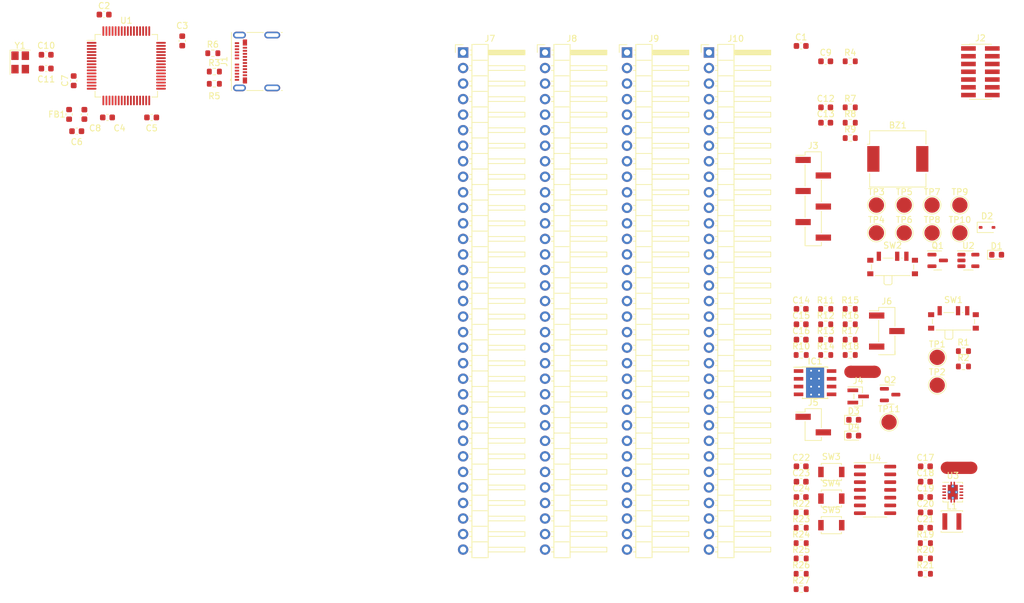
<source format=kicad_pcb>
(kicad_pcb (version 20221018) (generator pcbnew)
  (layers (0 "F.Cu" signal) (31 "B.Cu" power) (34 "B.Paste" user) (35 "F.Paste" user) (36 "B.SilkS" user "B.Silkscreen") (37 "F.SilkS" user "F.Silkscreen") (38 "B.Mask" user) (39 "F.Mask" user) (44 "Edge.Cuts" user))
  (net 0 "")
  (net 1 "+3.3V")
  (net 2 "Net-(BZ1-+)")
  (net 3 "GND")
  (net 4 "+3.3VA")
  (net 5 "/STM32F103RCT6/NRST")
  (net 6 "/STM32F103RCT6/HSE_IN")
  (net 7 "/STM32F103RCT6/HSE_OUT")
  (net 8 "+BATT")
  (net 9 "/STM32F103RCT6/VBAT")
  (net 10 "Net-(D3-A)")
  (net 11 "/Li-Po Battery and charger/Batt_VoltageDivision_out")
  (net 12 "/Voltage regulator 3v3/3v3_out")
  (net 13 "Net-(U3-FB)")
  (net 14 "GNDPWR")
  (net 15 "/Voltage regulator 3v3/batt_in")
  (net 16 "Net-(U3-EN)")
  (net 17 "Net-(U4-1A)")
  (net 18 "Net-(U4-2A)")
  (net 19 "Net-(U4-3A)")
  (net 20 "Net-(D1-A)")
  (net 21 "Net-(D3-K)")
  (net 22 "Net-(D4-K)")
  (net 23 "/Li-Po Battery and charger/IC_TEMP")
  (net 24 "/Li-Po Battery and charger/IC_PROG")
  (net 25 "/Li-Po Battery and charger/IC_STDBY_Green")
  (net 26 "/Li-Po Battery and charger/IC_CHRG_Red")
  (net 27 "VBUS")
  (net 28 "Net-(J1-CC1)")
  (net 29 "/STM32F103RCT6/USB_D+")
  (net 30 "/STM32F103RCT6/USB_D-")
  (net 32 "Net-(J1-CC2)")
  (net 36 "/STM32F103RCT6/SWDIO")
  (net 37 "/STM32F103RCT6/SWCLK")
  (net 41 "Net-(J2-GNDDetect)")
  (net 46 "/STM32F103RCT6/USART1_RX")
  (net 47 "/STM32F103RCT6/USART1_TX")
  (net 49 "-BATT")
  (net 51 "/Connectors to segment displays/PWM1_TIM2_CH1")
  (net 52 "/Connectors to segment displays/PWM2_TIM2_CH2")
  (net 53 "/Connectors to segment displays/PWM3_TIM2_CH3")
  (net 54 "/Connectors to segment displays/PWM4_TIM2_CH4")
  (net 55 "/Connectors to segment displays/PWM5_TIM3_CH1")
  (net 56 "/Connectors to segment displays/PWM6_TIM3_CH2")
  (net 57 "/Connectors to segment displays/PWM7_TIM3_CH3")
  (net 58 "/Connectors to segment displays/PWM8_TIM3_CH4")
  (net 59 "/Connectors to segment displays/PWM9_TIM4_CH1")
  (net 60 "/Connectors to segment displays/PWM10_TIM4_CH2")
  (net 61 "/Connectors to segment displays/PWM11_TIM4_CH3")
  (net 62 "/Connectors to segment displays/PWM12_TIM4_CH4")
  (net 63 "/Connectors to segment displays/PWM13_TIM5_CH1")
  (net 64 "/Connectors to segment displays/PWM14_TIM5_CH2")
  (net 65 "/Connectors to segment displays/PWM15_TIM5_CH3")
  (net 66 "/Connectors to segment displays/PWM16_TIM5_CH4")
  (net 67 "Net-(U3-L1)")
  (net 68 "Net-(U3-L2)")
  (net 69 "Net-(Q1-B)")
  (net 70 "Net-(Q2-G)")
  (net 71 "/Li-Po Battery and charger/charger_out")
  (net 72 "Net-(SW1-B)")
  (net 73 "/STM32F103RCT6/SW_BOOT0")
  (net 74 "/STM32F103RCT6/BOOT0")
  (net 75 "/STM32F103RCT6/ORANGE_LED")
  (net 76 "/STM32F103RCT6/BUZZER")
  (net 77 "Net-(SW3-A)")
  (net 78 "Net-(SW4-A)")
  (net 79 "Net-(SW5-A)")
  (net 83 "/STM32F103RCT6/button1_in")
  (net 84 "/STM32F103RCT6/button2_in")
  (net 85 "/STM32F103RCT6/button3_in")
  (footprint "Resistor_SMD:R_0603_1608Metric" (layer "F.Cu") (at 185.735 98.21)
    (fp_text reference "R1" (at 0 -1.43) (layer "F.SilkS"))
    (fp_text value "0R")
    (pad "1" smd roundrect (at -0.825 0) (size 0.8 0.95) (layers "F.Cu" "F.Paste" "F.Mask") (net 71 "/Li-Po Battery and charger/charger_out"))
    (pad "2" smd roundrect (at 0.825 0) (size 0.8 0.95) (layers "F.Cu" "F.Paste" "F.Mask") (net 72 "Net-(SW1-B)"))
  )
  (footprint "Resistor_SMD:R_0603_1608Metric" (layer "F.Cu") (at 167.225 91.31)
    (fp_text reference "R15" (at 0 -1.43) (layer "F.SilkS"))
    (fp_text value "1M")
    (pad "1" smd roundrect (at -0.825 0) (size 0.8 0.95) (layers "F.Cu" "F.Paste" "F.Mask") (net 11 "/Li-Po Battery and charger/Batt_VoltageDivision_out"))
    (pad "2" smd roundrect (at 0.825 0) (size 0.8 0.95) (layers "F.Cu" "F.Paste" "F.Mask") (net 3 "GND"))
  )
  (footprint "NetTie:NetTie-2_SMD_Pad2.0mm" (layer "F.Cu") (at 169.25 101.595)
    (fp_text reference "NT1" hide)
    (fp_text value "NetTie_2" hide)
    (fp_poly (pts (xy -2 -1) (xy 2 -1) (xy 2 1) (xy -2 1)) (fill solid) (layer "F.Cu"))
    (pad "1" smd circle (at -2 0) (size 2 2) (layers "F.Cu") (net 3 "GND"))
    (pad "2" smd circle (at 2 0) (size 2 2) (layers "F.Cu") (net 49 "-BATT"))
  )
  (footprint "Capacitor_SMD:C_0603_1608Metric" (layer "F.Cu") (at 179.515 117.05)
    (fp_text reference "C17" (at 0 -1.43) (layer "F.SilkS"))
    (fp_text value "2.2p")
    (pad "1" smd roundrect (at -0.775 0) (size 0.9 0.95) (layers "F.Cu" "F.Paste" "F.Mask") (net 12 "/Voltage regulator 3v3/3v3_out"))
    (pad "2" smd roundrect (at 0.775 0) (size 0.9 0.95) (layers "F.Cu" "F.Paste" "F.Mask") (net 13 "Net-(U3-FB)"))
  )
  (footprint "Capacitor_SMD:C_0603_1608Metric" (layer "F.Cu") (at 58 47.485 -90)
    (fp_text reference "C3" (at -2.485 0 -180) (layer "F.SilkS"))
    (fp_text value "100n")
    (pad "1" smd roundrect (at -0.775 0 270) (size 0.9 0.95) (layers "F.Cu" "F.Paste" "F.Mask") (net 1 "+3.3V"))
    (pad "2" smd roundrect (at 0.775 0 270) (size 0.9 0.95) (layers "F.Cu" "F.Paste" "F.Mask") (net 3 "GND"))
  )
  (footprint "Diode_SMD:D_SOD-323" (layer "F.Cu") (at 189.6 77.98)
    (fp_text reference "D2" (at 0 -1.85) (layer "F.SilkS"))
    (fp_text value "1N4148")
    (pad "1" smd roundrect (at -1.05 0) (size 0.6 0.45) (layers "F.Cu" "F.Paste" "F.Mask") (net 1 "+3.3V"))
    (pad "2" smd roundrect (at 1.05 0) (size 0.6 0.45) (layers "F.Cu" "F.Paste" "F.Mask") (net 2 "Net-(BZ1-+)"))
  )
  (footprint "LED_SMD:LED_0603_1608Metric" (layer "F.Cu") (at 191.165 82.45)
    (fp_text reference "D1" (at 0 -1.43) (layer "F.SilkS"))
    (fp_text value "Orange LED")
    (pad "1" smd roundrect (at -0.7875 0) (size 0.875 0.95) (layers "F.Cu" "F.Paste" "F.Mask") (net 3 "GND"))
    (pad "2" smd roundrect (at 0.7875 0) (size 0.875 0.95) (layers "F.Cu" "F.Paste" "F.Mask") (net 20 "Net-(D1-A)"))
  )
  (footprint "TestPoint:TestPoint_Pad_D2.5mm" (layer "F.Cu") (at 171.505 78.88)
    (fp_text reference "TP4" (at 0 -2.148) (layer "F.SilkS"))
    (fp_text value "TestPoint")
    (pad "1" smd circle (at 0 0) (size 2.5 2.5) (layers "F.Cu" "F.Mask") (net 1 "+3.3V"))
  )
  (footprint "Capacitor_SMD:C_0603_1608Metric" (layer "F.Cu") (at 159.205 117.05)
    (fp_text reference "C22" (at 0 -1.43) (layer "F.SilkS"))
    (fp_text value "100n")
    (pad "1" smd roundrect (at -0.775 0) (size 0.9 0.95) (layers "F.Cu" "F.Paste" "F.Mask") (net 17 "Net-(U4-1A)"))
    (pad "2" smd roundrect (at 0.775 0) (size 0.9 0.95) (layers "F.Cu" "F.Paste" "F.Mask") (net 3 "GND"))
  )
  (footprint "Capacitor_SMD:C_0603_1608Metric" (layer "F.Cu") (at 179.515 124.58)
    (fp_text reference "C20" (at 0 -1.43) (layer "F.SilkS"))
    (fp_text value "10u")
    (pad "1" smd roundrect (at -0.775 0) (size 0.9 0.95) (layers "F.Cu" "F.Paste" "F.Mask") (net 15 "/Voltage regulator 3v3/batt_in"))
    (pad "2" smd roundrect (at 0.775 0) (size 0.9 0.95) (layers "F.Cu" "F.Paste" "F.Mask") (net 14 "GNDPWR"))
  )
  (footprint "Resistor_SMD:R_0603_1608Metric" (layer "F.Cu") (at 167.225 63.37)
    (fp_text reference "R9" (at 0 -1.43) (layer "F.SilkS"))
    (fp_text value "100R")
    (pad "1" smd roundrect (at -0.825 0) (size 0.8 0.95) (layers "F.Cu" "F.Paste" "F.Mask") (net 41 "Net-(J2-GNDDetect)"))
    (pad "2" smd roundrect (at 0.825 0) (size 0.8 0.95) (layers "F.Cu" "F.Paste" "F.Mask") (net 3 "GND"))
  )
  (footprint "TestPoint:TestPoint_Pad_D2.5mm" (layer "F.Cu") (at 180.605 74.33)
    (fp_text reference "TP7" (at 0 -2.148) (layer "F.SilkS"))
    (fp_text value "TestPoint")
    (pad "1" smd circle (at 0 0) (size 2.5 2.5) (layers "F.Cu" "F.Mask") (net 6 "/STM32F103RCT6/HSE_IN"))
  )
  (footprint "Resistor_SMD:R_0603_1608Metric" (layer "F.Cu") (at 159.205 132.11)
    (fp_text reference "R25" (at 0 -1.43) (layer "F.SilkS"))
    (fp_text value "10k")
    (pad "1" smd roundrect (at -0.825 0) (size 0.8 0.95) (layers "F.Cu" "F.Paste" "F.Mask") (net 78 "Net-(SW4-A)"))
    (pad "2" smd roundrect (at 0.825 0) (size 0.8 0.95) (layers "F.Cu" "F.Paste" "F.Mask") (net 18 "Net-(U4-2A)"))
  )
  (footprint "Resistor_SMD:R_0603_1608Metric" (layer "F.Cu") (at 163.215 93.82)
    (fp_text reference "R12" (at 0 -1.43) (layer "F.SilkS"))
    (fp_text value "1M")
    (pad "1" smd roundrect (at -0.825 0) (size 0.8 0.95) (layers "F.Cu" "F.Paste" "F.Mask") (net 8 "+BATT"))
    (pad "2" smd roundrect (at 0.825 0) (size 0.8 0.95) (layers "F.Cu" "F.Paste" "F.Mask") (net 11 "/Li-Po Battery and charger/Batt_VoltageDivision_out"))
  )
  (footprint "Connector_PinHeader_2.54mm:PinHeader_1x33_P2.54mm_Horizontal" (layer "F.Cu") (at 117.325 49.38)
    (fp_text reference "J8" (at 4.385 -2.27) (layer "F.SilkS"))
    (fp_text value "Conn_01x33_Pin")
    (pad "1" thru_hole rect (at 0 0) (size 1.7 1.7) (drill 1) (layers "*.Cu" "*.Mask") (net 1 "+3.3V"))
    (pad "2" thru_hole oval (at 0 2.54) (size 1.7 1.7) (drill 1) (layers "*.Cu" "*.Mask") (net 51 "/Connectors to segment displays/PWM1_TIM2_CH1"))
    (pad "3" thru_hole oval (at 0 5.08) (size 1.7 1.7) (drill 1) (layers "*.Cu" "*.Mask") (net 3 "GND"))
    (pad "4" thru_hole oval (at 0 7.62) (size 1.7 1.7) (drill 1) (layers "*.Cu" "*.Mask") (net 52 "/Connectors to segment displays/PWM2_TIM2_CH2"))
    (pad "5" thru_hole oval (at 0 10.16) (size 1.7 1.7) (drill 1) (layers "*.Cu" "*.Mask") (net 3 "GND"))
    (pad "6" thru_hole oval (at 0 12.7) (size 1.7 1.7) (drill 1) (layers "*.Cu" "*.Mask") (net 53 "/Connectors to segment displays/PWM3_TIM2_CH3"))
    (pad "7" thru_hole oval (at 0 15.24) (size 1.7 1.7) (drill 1) (layers "*.Cu" "*.Mask") (net 3 "GND"))
    (pad "8" thru_hole oval (at 0 17.78) (size 1.7 1.7) (drill 1) (layers "*.Cu" "*.Mask") (net 54 "/Connectors to segment displays/PWM4_TIM2_CH4"))
    (pad "9" thru_hole oval (at 0 20.32) (size 1.7 1.7) (drill 1) (layers "*.Cu" "*.Mask") (net 3 "GND"))
    (pad "10" thru_hole oval (at 0 22.86) (size 1.7 1.7) (drill 1) (layers "*.Cu" "*.Mask") (net 55 "/Connectors to segment displays/PWM5_TIM3_CH1"))
    (pad "11" thru_hole oval (at 0 25.4) (size 1.7 1.7) (drill 1) (layers "*.Cu" "*.Mask") (net 3 "GND"))
    (pad "12" thru_hole oval (at 0 27.94) (size 1.7 1.7) (drill 1) (layers "*.Cu" "*.Mask") (net 56 "/Connectors to segment displays/PWM6_TIM3_CH2"))
    (pad "13" thru_hole oval (at 0 30.48) (size 1.7 1.7) (drill 1) (layers "*.Cu" "*.Mask") (net 3 "GND"))
    (pad "14" thru_hole oval (at 0 33.02) (size 1.7 1.7) (drill 1) (layers "*.Cu" "*.Mask") (net 57 "/Connectors to segment displays/PWM7_TIM3_CH3"))
    (pad "15" thru_hole oval (at 0 35.56) (size 1.7 1.7) (drill 1) (layers "*.Cu" "*.Mask") (net 3 "GND"))
    (pad "16" thru_hole oval (at 0 38.1) (size 1.7 1.7) (drill 1) (layers "*.Cu" "*.Mask") (net 58 "/Connectors to segment displays/PWM8_TIM3_CH4"))
    (pad "17" thru_hole oval (at 0 40.64) (size 1.7 1.7) (drill 1) (layers "*.Cu" "*.Mask") (net 3 "GND"))
    (pad "18" thru_hole oval (at 0 43.18) (size 1.7 1.7) (drill 1) (layers "*.Cu" "*.Mask") (net 59 "/Connectors to segment displays/PWM9_TIM4_CH1"))
    (pad "19" thru_hole oval (at 0 45.72) (size 1.7 1.7) (drill 1) (layers "*.Cu" "*.Mask") (net 3 "GND"))
    (pad "20" thru_hole oval (at 0 48.26) (size 1.7 1.7) (drill 1) (layers "*.Cu" "*.Mask") (net 60 "/Connectors to segment displays/PWM10_TIM4_CH2"))
    (pad "21" thru_hole oval (at 0 50.8) (size 1.7 1.7) (drill 1) (layers "*.Cu" "*.Mask") (net 3 "GND"))
    (pad "22" thru_hole oval (at 0 53.34) (size 1.7 1.7) (drill 1) (layers "*.Cu" "*.Mask") (net 61 "/Connectors to segment displays/PWM11_TIM4_CH3"))
    (pad "23" thru_hole oval (at 0 55.88) (size 1.7 1.7) (drill 1) (layers "*.Cu" "*.Mask") (net 3 "GND"))
    (pad "24" thru_hole oval (at 0 58.42) (size 1.7 1.7) (drill 1) (layers "*.Cu" "*.Mask") (net 62 "/Connectors to segment displays/PWM12_TIM4_CH4"))
    (pad "25" thru_hole oval (at 0 60.96) (size 1.7 1.7) (drill 1) (layers "*.Cu" "*.Mask") (net 3 "GND"))
    (pad "26" thru_hole oval (at 0 63.5) (size 1.7 1.7) (drill 1) (layers "*.Cu" "*.Mask") (net 63 "/Connectors to segment displays/PWM13_TIM5_CH1"))
    (pad "27" thru_hole oval (at 0 66.04) (size 1.7 1.7) (drill 1) (layers "*.Cu" "*.Mask") (net 3 "GND"))
    (pad "28" thru_hole oval (at 0 68.58) (size 1.7 1.7) (drill 1) (layers "*.Cu" "*.Mask") (net 64 "/Connectors to segment displays/PWM14_TIM5_CH2"))
    (pad "29" thru_hole oval (at 0 71.12) (size 1.7 1.7) (drill 1) (layers "*.Cu" "*.Mask") (net 3 "GND"))
    (pad "30" thru_hole oval (at 0 73.66) (size 1.7 1.7) (drill 1) (layers "*.Cu" "*.Mask") (net 65 "/Connectors to segment displays/PWM15_TIM5_CH3"))
    (pad "31" thru_hole oval (at 0 76.2) (size 1.7 1.7) (drill 1) (layers "*.Cu" "*.Mask") (net 3 "GND"))
    (pad "32" thru_hole oval (at 0 78.74) (size 1.7 1.7) (drill 1) (layers "*.Cu" "*.Mask") (net 66 "/Connectors to segment displays/PWM16_TIM5_CH4"))
    (pad "33" thru_hole oval (at 0 81.28) (size 1.7 1.7) (drill 1) (layers "*.Cu" "*.Mask") (net 3 "GND"))
  )
  (footprint "Resistor_SMD:R_0603_1608Metric" (layer "F.Cu") (at 63.25 54.5)
    (fp_text reference "R5" (at 0 2) (layer "F.SilkS"))
    (fp_text value "1k5")
    (pad "1" smd roundrect (at -0.825 0) (size 0.8 0.95) (layers "F.Cu" "F.Paste" "F.Mask") (net 1 "+3.3V"))
    (pad "2" smd roundrect (at 0.825 0) (size 0.8 0.95) (layers "F.Cu" "F.Paste" "F.Mask") (net 29 "/STM32F103RCT6/USB_D+"))
  )
  (footprint "Connector_PinHeader_2.54mm:PinHeader_1x33_P2.54mm_Horizontal" (layer "F.Cu") (at 130.725 49.38)
    (fp_text reference "J9" (at 4.385 -2.27) (layer "F.SilkS"))
    (fp_text value "Conn_01x33_Pin")
    (pad "1" thru_hole rect (at 0 0) (size 1.7 1.7) (drill 1) (layers "*.Cu" "*.Mask") (net 1 "+3.3V"))
    (pad "2" thru_hole oval (at 0 2.54) (size 1.7 1.7) (drill 1) (layers "*.Cu" "*.Mask") (net 51 "/Connectors to segment displays/PWM1_TIM2_CH1"))
    (pad "3" thru_hole oval (at 0 5.08) (size 1.7 1.7) (drill 1) (layers "*.Cu" "*.Mask") (net 3 "GND"))
    (pad "4" thru_hole oval (at 0 7.62) (size 1.7 1.7) (drill 1) (layers "*.Cu" "*.Mask") (net 52 "/Connectors to segment displays/PWM2_TIM2_CH2"))
    (pad "5" thru_hole oval (at 0 10.16) (size 1.7 1.7) (drill 1) (layers "*.Cu" "*.Mask") (net 3 "GND"))
    (pad "6" thru_hole oval (at 0 12.7) (size 1.7 1.7) (drill 1) (layers "*.Cu" "*.Mask") (net 53 "/Connectors to segment displays/PWM3_TIM2_CH3"))
    (pad "7" thru_hole oval (at 0 15.24) (size 1.7 1.7) (drill 1) (layers "*.Cu" "*.Mask") (net 3 "GND"))
    (pad "8" thru_hole oval (at 0 17.78) (size 1.7 1.7) (drill 1) (layers "*.Cu" "*.Mask") (net 54 "/Connectors to segment displays/PWM4_TIM2_CH4"))
    (pad "9" thru_hole oval (at 0 20.32) (size 1.7 1.7) (drill 1) (layers "*.Cu" "*.Mask") (net 3 "GND"))
    (pad "10" thru_hole oval (at 0 22.86) (size 1.7 1.7) (drill 1) (layers "*.Cu" "*.Mask") (net 55 "/Connectors to segment displays/PWM5_TIM3_CH1"))
    (pad "11" thru_hole oval (at 0 25.4) (size 1.7 1.7) (drill 1) (layers "*.Cu" "*.Mask") (net 3 "GND"))
    (pad "12" thru_hole oval (at 0 27.94) (size 1.7 1.7) (drill 1) (layers "*.Cu" "*.Mask") (net 56 "/Connectors to segment displays/PWM6_TIM3_CH2"))
    (pad "13" thru_hole oval (at 0 30.48) (size 1.7 1.7) (drill 1) (layers "*.Cu" "*.Mask") (net 3 "GND"))
    (pad "14" thru_hole oval (at 0 33.02) (size 1.7 1.7) (drill 1) (layers "*.Cu" "*.Mask") (net 57 "/Connectors to segment displays/PWM7_TIM3_CH3"))
    (pad "15" thru_hole oval (at 0 35.56) (size 1.7 1.7) (drill 1) (layers "*.Cu" "*.Mask") (net 3 "GND"))
    (pad "16" thru_hole oval (at 0 38.1) (size 1.7 1.7) (drill 1) (layers "*.Cu" "*.Mask") (net 58 "/Connectors to segment displays/PWM8_TIM3_CH4"))
    (pad "17" thru_hole oval (at 0 40.64) (size 1.7 1.7) (drill 1) (layers "*.Cu" "*.Mask") (net 3 "GND"))
    (pad "18" thru_hole oval (at 0 43.18) (size 1.7 1.7) (drill 1) (layers "*.Cu" "*.Mask") (net 59 "/Connectors to segment displays/PWM9_TIM4_CH1"))
    (pad "19" thru_hole oval (at 0 45.72) (size 1.7 1.7) (drill 1) (layers "*.Cu" "*.Mask") (net 3 "GND"))
    (pad "20" thru_hole oval (at 0 48.26) (size 1.7 1.7) (drill 1) (layers "*.Cu" "*.Mask") (net 60 "/Connectors to segment displays/PWM10_TIM4_CH2"))
    (pad "21" thru_hole oval (at 0 50.8) (size 1.7 1.7) (drill 1) (layers "*.Cu" "*.Mask") (net 3 "GND"))
    (pad "22" thru_hole oval (at 0 53.34) (size 1.7 1.7) (drill 1) (layers "*.Cu" "*.Mask") (net 61 "/Connectors to segment displays/PWM11_TIM4_CH3"))
    (pad "23" thru_hole oval (at 0 55.88) (size 1.7 1.7) (drill 1) (layers "*.Cu" "*.Mask") (net 3 "GND"))
    (pad "24" thru_hole oval (at 0 58.42) (size 1.7 1.7) (drill 1) (layers "*.Cu" "*.Mask") (net 62 "/Connectors to segment displays/PWM12_TIM4_CH4"))
    (pad "25" thru_hole oval (at 0 60.96) (size 1.7 1.7) (drill 1) (layers "*.Cu" "*.Mask") (net 3 "GND"))
    (pad "26" thru_hole oval (at 0 63.5) (size 1.7 1.7) (drill 1) (layers "*.Cu" "*.Mask") (net 63 "/Connectors to segment displays/PWM13_TIM5_CH1"))
    (pad "27" thru_hole oval (at 0 66.04) (size 1.7 1.7) (drill 1) (layers "*.Cu" "*.Mask") (net 3 "GND"))
    (pad "28" thru_hole oval (at 0 68.58) (size 1.7 1.7) (drill 1) (layers "*.Cu" "*.Mask") (net 64 "/Connectors to segment displays/PWM14_TIM5_CH2"))
    (pad "29" thru_hole oval (at 0 71.12) (size 1.7 1.7) (drill 1) (layers "*.Cu" "*.Mask") (net 3 "GND"))
    (pad "30" thru_hole oval (at 0 73.66) (size 1.7 1.7) (drill 1) (layers "*.Cu" "*.Mask") (net 65 "/Connectors to segment displays/PWM15_TIM5_CH3"))
    (pad "31" thru_hole oval (at 0 76.2) (size 1.7 1.7) (drill 1) (layers "*.Cu" "*.Mask") (net 3 "GND"))
    (pad "32" thru_hole oval (at 0 78.74) (size 1.7 1.7) (drill 1) (layers "*.Cu" "*.Mask") (net 66 "/Connectors to segment displays/PWM16_TIM5_CH4"))
    (pad "33" thru_hole oval (at 0 81.28) (size 1.7 1.7) (drill 1) (layers "*.Cu" "*.Mask") (net 3 "GND"))
  )
  (footprint "TestPoint:TestPoint_Pad_D2.5mm" (layer "F.Cu") (at 185.155 74.33)
    (fp_text reference "TP9" (at 0 -2.148) (layer "F.SilkS"))
    (fp_text value "TestPoint")
    (pad "1" smd circle (at 0 0) (size 2.5 2.5) (layers "F.Cu" "F.Mask") (net 7 "/STM32F103RCT6/HSE_OUT"))
  )
  (footprint "Capacitor_SMD:C_0603_1608Metric" (layer "F.Cu") (at 159.205 48.31)
    (fp_text reference "C1" (at 0 -1.43) (layer "F.SilkS"))
    (fp_text value "10u")
    (pad "1" smd roundrect (at -0.775 0) (size 0.9 0.95) (layers "F.Cu" "F.Paste" "F.Mask") (net 1 "+3.3V"))
    (pad "2" smd roundrect (at 0.775 0) (size 0.9 0.95) (layers "F.Cu" "F.Paste" "F.Mask") (net 3 "GND"))
  )
  (footprint "Connector_PinHeader_2.54mm:PinHeader_1x06_P2.54mm_Vertical_SMD_Pin1Left" (layer "F.Cu") (at 161.175 73.3)
    (fp_text reference "J3" (at 0 -8.68) (layer "F.SilkS"))
    (fp_text value "Conn_01x06_Pin")
    (pad "1" smd rect (at -1.655 -6.35) (size 2.51 1) (layers "F.Cu" "F.Paste" "F.Mask") (net 3 "GND"))
    (pad "2" smd rect (at 1.655 -3.81) (size 2.51 1) (layers "F.Cu" "F.Paste" "F.Mask"))
    (pad "3" smd rect (at -1.655 -1.27) (size 2.51 1) (layers "F.Cu" "F.Paste" "F.Mask"))
    (pad "4" smd rect (at 1.655 1.27) (size 2.51 1) (layers "F.Cu" "F.Paste" "F.Mask") (net 46 "/STM32F103RCT6/USART1_RX"))
    (pad "5" smd rect (at -1.655 3.81) (size 2.51 1) (layers "F.Cu" "F.Paste" "F.Mask") (net 47 "/STM32F103RCT6/USART1_TX"))
    (pad "6" smd rect (at 1.655 6.35) (size 2.51 1) (layers "F.Cu" "F.Paste" "F.Mask"))
  )
  (footprint "Connector_PinHeader_2.54mm:PinHeader_1x02_P2.54mm_Vertical_SMD_Pin1Left" (layer "F.Cu") (at 161.175 110.22)
    (fp_text reference "J5" (at 0 -3.6) (layer "F.SilkS"))
    (fp_text value "Conn_01x02_Pin")
    (pad "1" smd rect (at -1.655 -1.27) (size 2.51 1) (layers "F.Cu" "F.Paste" "F.Mask") (net 8 "+BATT"))
    (pad "2" smd rect (at 1.655 1.27) (size 2.51 1) (layers "F.Cu" "F.Paste" "F.Mask") (net 49 "-BATT"))
  )
  (footprint "Inductor_SMD:L_Sunlord_SWPA3012S" (layer "F.Cu") (at 183.845 126.065)
    (fp_text reference "L1" (at 0 -2.5) (layer "F.SilkS"))
    (fp_text value "L")
    (pad "1" smd rect (at -1.15 0) (size 0.8 2.7) (layers "F.Cu" "F.Paste" "F.Mask") (net 67 "Net-(U3-L1)"))
    (pad "2" smd rect (at 1.15 0) (size 0.8 2.7) (layers "F.Cu" "F.Paste" "F.Mask") (net 68 "Net-(U3-L2)"))
  )
  (footprint "Capacitor_SMD:C_0603_1608Metric" (layer "F.Cu") (at 35.75 52)
    (fp_text reference "C11" (at 0 1.75) (layer "F.SilkS"))
    (fp_text value "10p")
    (pad "1" smd roundrect (at -0.775 0) (size 0.9 0.95) (layers "F.Cu" "F.Paste" "F.Mask") (net 7 "/STM32F103RCT6/HSE_OUT"))
    (pad "2" smd roundrect (at 0.775 0) (size 0.9 0.95) (layers "F.Cu" "F.Paste" "F.Mask") (net 3 "GND"))
  )
  (footprint "Connector_PinHeader_1.27mm:PinHeader_2x07_P1.27mm_Vertical_SMD" (layer "F.Cu") (at 188.505 52.53)
    (fp_text reference "J2" (at 0 -5.505) (layer "F.SilkS"))
    (fp_text value "Conn_ST_STDC14")
    (pad "1" smd rect (at -1.95 -3.81) (size 2.4 0.74) (layers "F.Cu" "F.Paste" "F.Mask"))
    (pad "2" smd rect (at 1.95 -3.81) (size 2.4 0.74) (layers "F.Cu" "F.Paste" "F.Mask"))
    (pad "3" smd rect (at -1.95 -2.54) (size 2.4 0.74) (layers "F.Cu" "F.Paste" "F.Mask") (net 1 "+3.3V"))
    (pad "4" smd rect (at 1.95 -2.54) (size 2.4 0.74) (layers "F.Cu" "F.Paste" "F.Mask") (net 36 "/STM32F103RCT6/SWDIO"))
    (pad "5" smd rect (at -1.95 -1.27) (size 2.4 0.74) (layers "F.Cu" "F.Paste" "F.Mask") (net 3 "GND"))
    (pad "6" smd rect (at 1.95 -1.27) (size 2.4 0.74) (layers "F.Cu" "F.Paste" "F.Mask") (net 37 "/STM32F103RCT6/SWCLK"))
    (pad "7" smd rect (at -1.95 0) (size 2.4 0.74) (layers "F.Cu" "F.Paste" "F.Mask") (net 3 "GND"))
    (pad "8" smd rect (at 1.95 0) (size 2.4 0.74) (layers "F.Cu" "F.Paste" "F.Mask"))
    (pad "9" smd rect (at -1.95 1.27) (size 2.4 0.74) (layers "F.Cu" "F.Paste" "F.Mask"))
    (pad "10" smd rect (at 1.95 1.27) (size 2.4 0.74) (layers "F.Cu" "F.Paste" "F.Mask"))
    (pad "11" smd rect (at -1.95 2.54) (size 2.4 0.74) (layers "F.Cu" "F.Paste" "F.Mask") (net 41 "Net-(J2-GNDDetect)"))
    (pad "12" smd rect (at 1.95 2.54) (size 2.4 0.74) (layers "F.Cu" "F.Paste" "F.Mask") (net 5 "/STM32F103RCT6/NRST"))
    (pad "13" smd rect (at -1.95 3.81) (size 2.4 0.74) (layers "F.Cu" "F.Paste" "F.Mask"))
    (pad "14" smd rect (at 1.95 3.81) (size 2.4 0.74) (layers "F.Cu" "F.Paste" "F.Mask"))
  )
  (footprint "Connector_PinHeader_2.54mm:PinHeader_1x33_P2.54mm_Horizontal" (layer "F.Cu") (at 144.125 49.38)
    (fp_text reference "J10" (at 4.385 -2.27) (layer "F.SilkS"))
    (fp_text value "Conn_01x33_Pin")
    (pad "1" thru_hole rect (at 0 0) (size 1.7 1.7) (drill 1) (layers "*.Cu" "*.Mask") (net 1 "+3.3V"))
    (pad "2" thru_hole oval (at 0 2.54) (size 1.7 1.7) (drill 1) (layers "*.Cu" "*.Mask") (net 51 "/Connectors to segment displays/PWM1_TIM2_CH1"))
    (pad "3" thru_hole oval (at 0 5.08) (size 1.7 1.7) (drill 1) (layers "*.Cu" "*.Mask") (net 3 "GND"))
    (pad "4" thru_hole oval (at 0 7.62) (size 1.7 1.7) (drill 1) (layers "*.Cu" "*.Mask") (net 52 "/Connectors to segment displays/PWM2_TIM2_CH2"))
    (pad "5" thru_hole oval (at 0 10.16) (size 1.7 1.7) (drill 1) (layers "*.Cu" "*.Mask") (net 3 "GND"))
    (pad "6" thru_hole oval (at 0 12.7) (size 1.7 1.7) (drill 1) (layers "*.Cu" "*.Mask") (net 53 "/Connectors to segment displays/PWM3_TIM2_CH3"))
    (pad "7" thru_hole oval (at 0 15.24) (size 1.7 1.7) (drill 1) (layers "*.Cu" "*.Mask") (net 3 "GND"))
    (pad "8" thru_hole oval (at 0 17.78) (size 1.7 1.7) (drill 1) (layers "*.Cu" "*.Mask") (net 54 "/Connectors to segment displays/PWM4_TIM2_CH4"))
    (pad "9" thru_hole oval (at 0 20.32) (size 1.7 1.7) (drill 1) (layers "*.Cu" "*.Mask") (net 3 "GND"))
    (pad "10" thru_hole oval (at 0 22.86) (size 1.7 1.7) (drill 1) (layers "*.Cu" "*.Mask") (net 55 "/Connectors to segment displays/PWM5_TIM3_CH1"))
    (pad "11" thru_hole oval (at 0 25.4) (size 1.7 1.7) (drill 1) (layers "*.Cu" "*.Mask") (net 3 "GND"))
    (pad "12" thru_hole oval (at 0 27.94) (size 1.7 1.7) (drill 1) (layers "*.Cu" "*.Mask") (net 56 "/Connectors to segment displays/PWM6_TIM3_CH2"))
    (pad "13" thru_hole oval (at 0 30.48) (size 1.7 1.7) (drill 1) (layers "*.Cu" "*.Mask") (net 3 "GND"))
    (pad "14" thru_hole oval (at 0 33.02) (size 1.7 1.7) (drill 1) (layers "*.Cu" "*.Mask") (net 57 "/Connectors to segment displays/PWM7_TIM3_CH3"))
    (pad "15" thru_hole oval (at 0 35.56) (size 1.7 1.7) (drill 1) (layers "*.Cu" "*.Mask") (net 3 "GND"))
    (pad "16" thru_hole oval (at 0 38.1) (size 1.7 1.7) (drill 1) (layers "*.Cu" "*.Mask") (net 58 "/Connectors to segment displays/PWM8_TIM3_CH4"))
    (pad "17" thru_hole oval (at 0 40.64) (size 1.7 1.7) (drill 1) (layers "*.Cu" "*.Mask") (net 3 "GND"))
    (pad "18" thru_hole oval (at 0 43.18) (size 1.7 1.7) (drill 1) (layers "*.Cu" "*.Mask") (net 59 "/Connectors to segment displays/PWM9_TIM4_CH1"))
    (pad "19" thru_hole oval (at 0 45.72) (size 1.7 1.7) (drill 1) (layers "*.Cu" "*.Mask") (net 3 "GND"))
    (pad "20" thru_hole oval (at 0 48.26) (size 1.7 1.7) (drill 1) (layers "*.Cu" "*.Mask") (net 60 "/Connectors to segment displays/PWM10_TIM4_CH2"))
    (pad "21" thru_hole oval (at 0 50.8) (size 1.7 1.7) (drill 1) (layers "*.Cu" "*.Mask") (net 3 "GND"))
    (pad "22" thru_hole oval (at 0 53.34) (size 1.7 1.7) (drill 1) (layers "*.Cu" "*.Mask") (net 61 "/Connectors to segment displays/PWM11_TIM4_CH3"))
    (pad "23" thru_hole oval (at 0 55.88) (size 1.7 1.7) (drill 1) (layers "*.Cu" "*.Mask") (net 3 "GND"))
    (pad "24" thru_hole oval (at 0 58.42) (size 1.7 1.7) (drill 1) (layers "*.Cu" "*.Mask") (net 62 "/Connectors to segment displays/PWM12_TIM4_CH4"))
    (pad "25" thru_hole oval (at 0 60.96) (size 1.7 1.7) (drill 1) (layers "*.Cu" "*.Mask") (net 3 "GND"))
    (pad "26" thru_hole oval (at 0 63.5) (size 1.7 1.7) (drill 1) (layers "*.Cu" "*.Mask") (net 63 "/Connectors to segment displays/PWM13_TIM5_CH1"))
    (pad "27" thru_hole oval (at 0 66.04) (size 1.7 1.7) (drill 1) (layers "*.Cu" "*.Mask") (net 3 "GND"))
    (pad "28" thru_hole oval (at 0 68.58) (size 1.7 1.7) (drill 1) (layers "*.Cu" "*.Mask") (net 64 "/Connectors to segment displays/PWM14_TIM5_CH2"))
    (pad "29" thru_hole oval (at 0 71.12) (size 1.7 1.7) (drill 1) (layers "*.Cu" "*.Mask") (net 3 "GND"))
    (pad "30" thru_hole oval (at 0 73.66) (size 1.7 1.7) (drill 1) (layers "*.Cu" "*.Mask") (net 65 "/Connectors to segment displays/PWM15_TIM5_CH3"))
    (pad "31" thru_hole oval (at 0 76.2) (size 1.7 1.7) (drill 1) (layers "*.Cu" "*.Mask") (net 3 "GND"))
    (pad "32" thru_hole oval (at 0 78.74) (size 1.7 1.7) (drill 1) (layers "*.Cu" "*.Mask") (net 66 "/Connectors to segment displays/PWM16_TIM5_CH4"))
    (pad "33" thru_hole oval (at 0 81.28) (size 1.7 1.7) (drill 1) (layers "*.Cu" "*.Mask") (net 3 "GND"))
  )
  (footprint "Package_SO:SOIC-14_3.9x8.7mm_P1.27mm" (layer "F.Cu") (at 171.285 120.9)
    (fp_text reference "U4" (at 0 -5.28) (layer "F.SilkS"))
    (fp_text value "M74HC14YRM13TR")
    (pad "1" smd roundrect (at -2.475 -3.81) (size 1.95 0.6) (layers "F.Cu" "F.Paste" "F.Mask") (net 17 "Net-(U4-1A)"))
    (pad "2" smd roundrect (at -2.475 -2.54) (size 1.95 0.6) (layers "F.Cu" "F.Paste" "F.Mask") (net 85 "/STM32F103RCT6/button3_in"))
    (pad "3" smd roundrect (at -2.475 -1.27) (size 1.95 0.6) (layers "F.Cu" "F.Paste" "F.Mask") (net 18 "Net-(U4-2A)"))
    (pad "4" smd roundrect (at -2.475 0) (size 1.95 0.6) (layers "F.Cu" "F.Paste" "F.Mask") (net 84 "/STM32F103RCT6/button2_in"))
    (pad "5" smd roundrect (at -2.475 1.27) (size 1.95 0.6) (layers "F.Cu" "F.Paste" "F.Mask") (net 19 "Net-(U4-3A)"))
    (pad "6" smd roundrect (at -2.475 2.54) (size 1.95 0.6) (layers "F.Cu" "F.Paste" "F.Mask") (net 83 "/STM32F103RCT6/button1_in"))
    (pad "7" smd roundrect (at -2.475 3.81) (size 1.95 0.6) (layers "F.Cu" "F.Paste" "F.Mask") (net 3 "GND"))
    (pad "8" smd roundrect (at 2.475 3.81) (size 1.95 0.6) (layers "F.Cu" "F.Paste" "F.Mask"))
    (pad "9" smd roundrect (at 2.475 2.54) (size 1.95 0.6) (layers "F.Cu" "F.Paste" "F.Mask"))
    (pad "10" smd roundrect (at 2.475 1.27) (size 1.95 0.6) (layers "F.Cu" "F.Paste" "F.Mask"))
    (pad "11" smd roundrect (at 2.475 0) (size 1.95 0.6) (layers "F.Cu" "F.Paste" "F.Mask"))
    (pad "12" smd roundrect (at 2.475 -1.27) (size 1.95 0.6) (layers "F.Cu" "F.Paste" "F.Mask"))
    (pad "13" smd roundrect (at 2.475 -2.54) (size 1.95 0.6) (layers "F.Cu" "F.Paste" "F.Mask"))
    (pad "14" smd roundrect (at 2.475 -3.81) (size 1.95 0.6) (layers "F.Cu" "F.Paste" "F.Mask") (net 1 "+3.3V"))
  )
  (footprint "Resistor_SMD:R_0603_1608Metric" (layer "F.Cu") (at 159.205 127.09)
    (fp_text reference "R23" (at 0 -1.43) (layer "F.SilkS"))
    (fp_text value "10k")
    (pad "1" smd roundrect (at -0.825 0) (size 0.8 0.95) (layers "F.Cu" "F.Paste" "F.Mask") (net 77 "Net-(SW3-A)"))
    (pad "2" smd roundrect (at 0.825 0) (size 0.8 0.95) (layers "F.Cu" "F.Paste" "F.Mask") (net 17 "Net-(U4-1A)"))
  )
  (footprint "TestPoint:TestPoint_Pad_D2.5mm" (layer "F.Cu") (at 185.155 78.88)
    (fp_text reference "TP10" (at 0 -2.148) (layer "F.SilkS"))
    (fp_text value "TestPoint")
    (pad "1" smd circle (at 0 0) (size 2.5 2.5) (layers "F.Cu" "F.Mask") (net 9 "/STM32F103RCT6/VBAT"))
  )
  (footprint "Resistor_SMD:R_0603_1608Metric" (layer "F.Cu") (at 163.215 98.84)
    (fp_text reference "R14" (at 0 -1.43) (layer "F.SilkS"))
    (fp_text value "1k")
    (pad "1" smd roundrect (at -0.825 0) (size 0.8 0.95) (layers "F.Cu" "F.Paste" "F.Mask") (net 22 "Net-(D4-K)"))
    (pad "2" smd roundrect (at 0.825 0) (size 0.8 0.95) (layers "F.Cu" "F.Paste" "F.Mask") (net 26 "/Li-Po Battery and charger/IC_CHRG_Red"))
  )
  (footprint "Resistor_SMD:R_0603_1608Metric" (layer "F.Cu") (at 63.25 52.5)
    (fp_text reference "R3" (at 0 -1.43) (layer "F.SilkS"))
    (fp_text value "5k1")
    (pad "1" smd roundrect (at -0.825 0) (size 0.8 0.95) (layers "F.Cu" "F.Paste" "F.Mask") (net 28 "Net-(J1-CC1)"))
    (pad "2" smd roundrect (at 0.825 0) (size 0.8 0.95) (layers "F.Cu" "F.Paste" "F.Mask") (net 3 "GND"))
  )
  (footprint "Capacitor_SMD:C_0603_1608Metric" (layer "F.Cu") (at 159.205 96.33)
    (fp_text reference "C16" (at 0 -1.43) (layer "F.SilkS"))
    (fp_text value "10u")
    (pad "1" smd roundrect (at -0.775 0) (size 0.9 0.95) (layers "F.Cu" "F.Paste" "F.Mask") (net 8 "+BATT"))
    (pad "2" smd roundrect (at 0.775 0) (size 0.9 0.95) (layers "F.Cu" "F.Paste" "F.Mask") (net 3 "GND"))
  )
  (footprint "Buzzer_Beeper:Buzzer_CUI_CPT-9019S-SMT" (layer "F.Cu") (at 175.005 66.78)
    (fp_text reference "BZ1" (at 0 -5.5) (layer "F.SilkS"))
    (fp_text value "Buzzer")
    (pad "1" smd rect (at -4 0) (size 2 4.2) (layers "F.Cu" "F.Paste" "F.Mask") (net 1 "+3.3V"))
    (pad "2" smd rect (at 4 0) (size 2 4.2) (layers "F.Cu" "F.Paste" "F.Mask") (net 2 "Net-(BZ1-+)"))
  )
  (footprint "Resistor_SMD:R_0603_1608Metric" (layer "F.Cu") (at 159.205 98.84)
    (fp_text reference "R10" (at 0 -1.43) (layer "F.SilkS"))
    (fp_text value "0.4R")
    (pad "1" smd roundrect (at -0.825 0) (size 0.8 0.95) (layers "F.Cu" "F.Paste" "F.Mask") (net 27 "VBUS"))
    (pad "2" smd roundrect (at 0.825 0) (size 0.8 0.95) (layers "F.Cu" "F.Paste" "F.Mask") (net 10 "Net-(D3-A)"))
  )
  (footprint "Package_SO:Texas_HSOP-8-1EP_3.9x4.9mm_P1.27mm_ThermalVias" (layer "F.Cu") (at 161.475 103.37)
    (fp_text reference "IC1" (at 0 -3.5) (layer "F.SilkS"))
    (fp_text value "TP4056-42-ESOP8_Rearanged")
    (pad "1" smd rect (at -2.7 -1.905) (size 1.55 0.6) (layers "F.Cu" "F.Paste" "F.Mask") (net 23 "/Li-Po Battery and charger/IC_TEMP"))
    (pad "2" smd rect (at -2.7 -0.635) (size 1.55 0.6) (layers "F.Cu" "F.Paste" "F.Mask") (net 24 "/Li-Po Battery and charger/IC_PROG"))
    (pad "3" smd rect (at -2.7 0.635) (size 1.55 0.6) (layers "F.Cu" "F.Paste" "F.Mask") (net 3 "GND"))
    (pad "4" smd rect (at -2.7 1.905) (size 1.55 0.6) (layers "F.Cu" "F.Paste" "F.Mask") (net 10 "Net-(D3-A)"))
    (pad "5" smd rect (at 2.7 1.905) (size 1.55 0.6) (layers "F.Cu" "F.Paste" "F.Mask") (net 8 "+BATT"))
    (pad "6" smd rect (at 2.7 0.635) (size 1.55 0.6) (layers "F.Cu" "F.Paste" "F.Mask") (net 25 "/Li-Po Battery and charger/IC_STDBY_Green"))
    (pad "7" smd rect (at 2.7 -0.635) (size 1.55 0.6) (layers "F.Cu" "F.Paste" "F.Mask") (net 26 "/Li-Po Battery and charger/IC_CHRG_Red"))
    (pad "8" smd rect (at 2.7 -1.905) (size 1.55 0.6) (layers "F.Cu" "F.Paste" "F.Mask") (net 10 "Net-(D3-A)"))
    (pad "9" thru_hole circle (at -0.65 -1.95) (size 0.6 0.6) (drill 0.3) (layers "*.Cu") (net 3 "GND"))
    (pad "9" thru_hole circle (at -0.65 -0.65) (size 0.6 0.6) (drill 0.3) (layers "*.Cu") (net 3 "GND"))
    (pad "9" thru_hole circle (at -0.65 0.65) (size 0.6 0.6) (drill 0.3) (layers "*.Cu") (net 3 "GND"))
    (pad "9" thru_hole circle (at -0.65 1.95) (size 0.6 0.6) (drill 0.3) (layers "*.Cu") (net 3 "GND"))
    (pad "9" smd rect (at 0 0) (size 2.95 4.9) (layers "F.Cu") (net 3 "GND"))
    (pad "9" smd rect (at 0 0) (size 2.95 4.9) (layers "B.Cu") (net 3 "GND"))
    (pad "9" thru_hole circle (at 0.65 -1.95) (size 0.6 0.6) (drill 0.3) (layers "*.Cu") (net 3 "GND"))
    (pad "9" thru_hole circle (at 0.65 -0.65) (size 0.6 0.6) (drill 0.3) (layers "*.Cu") (net 3 "GND"))
    (pad "9" thru_hole circle (at 0.65 0.65) (size 0.6 0.6) (drill 0.3) (layers "*.Cu") (net 3 "GND"))
    (pad "9" thru_hole circle (at 0.65 1.95) (size 0.6 0.6) (drill 0.3) (layers "*.Cu") (net 3 "GND"))
  )
  (footprint "Capacitor_SMD:C_0603_1608Metric" (layer "F.Cu") (at 159.205 93.82)
    (fp_text reference "C15" (at 0 -1.43) (layer "F.SilkS"))
    (fp_text value "100n")
    (pad "1" smd roundrect (at -0.775 0) (size 0.9 0.95) (layers "F.Cu" "F.Paste" "F.Mask") (net 11 "/Li-Po Battery and charger/Batt_VoltageDivision_out"))
    (pad "2" smd roundrect (at 0.775 0) (size 0.9 0.95) (layers "F.Cu" "F.Paste" "F.Mask") (net 3 "GND"))
  )
  (footprint "Capacitor_SMD:C_0603_1608Metric" (layer "F.Cu") (at 159.205 119.56)
    (fp_text reference "C23" (at 0 -1.43) (layer "F.SilkS"))
    (fp_text value "100n")
    (pad "1" smd roundrect (at -0.775 0) (size 0.9 0.95) (layers "F.Cu" "F.Paste" "F.Mask") (net 18 "Net-(U4-2A)"))
    (pad "2" smd roundrect (at 0.775 0) (size 0.9 0.95) (layers "F.Cu" "F.Paste" "F.Mask") (net 3 "GND"))
  )
  (footprint "Connector_USB:USB_C_Receptacle_Molex_105450-0101" (layer "F.Cu") (at 70.165 50.85 90)
    (fp_text reference "J1" (at 0 -5.315 90 unlocked) (layer "F.SilkS"))
    (fp_text value "USB_C_Receptacle_USB2.0")
    (pad "A1" smd rect (at -3 -3.215 90) (size 0.3 0.7) (layers "F.Cu" "F.Paste" "F.Mask") (net 3 "GND"))
    (pad "A2" smd rect (at -2.5 -3.215 90) (size 0.3 0.7) (layers "F.Cu" "F.Paste" "F.Mask"))
    (pad "A3" smd rect (at -2 -3.215 90) (size 0.3 0.7) (layers "F.Cu" "F.Paste" "F.Mask"))
    (pad "A4" smd rect (at -1.5 -3.215 90) (size 0.3 0.7) (layers "F.Cu" "F.Paste" "F.Mask") (net 27 "VBUS"))
    (pad "A5" smd rect (at -1 -3.215 90) (size 0.3 0.7) (layers "F.Cu" "F.Paste" "F.Mask") (net 28 "Net-(J1-CC1)"))
    (pad "A6" smd rect (at -0.5 -3.215 90) (size 0.3 0.7) (layers "F.Cu" "F.Paste" "F.Mask") (net 29 "/STM32F103RCT6/USB_D+"))
    (pad "A7" smd rect (at 0.5 -3.215 90) (size 0.3 0.7) (layers "F.Cu" "F.Paste" "F.Mask") (net 30 "/STM32F103RCT6/USB_D-"))
    (pad "A8" smd rect (at 1 -3.215 90) (size 0.3 0.7) (layers "F.Cu" "F.Paste" "F.Mask"))
    (pad "A9" smd rect (at 1.5 -3.215 90) (size 0.3 0.7) (layers "F.Cu" "F.Paste" "F.Mask") (net 27 "VBUS"))
    (pad "A10" smd rect (at 2 -3.215 90) (size 0.3 0.7) (layers "F.Cu" "F.Paste" "F.Mask"))
    (pad "A11" smd rect (at 2.5 -3.215 90) (size 0.3 0.7) (layers "F.Cu" "F.Paste" "F.Mask"))
    (pad "A12" smd rect (at 3 -3.215 90) (size 0.3 0.7) (layers "F.Cu" "F.Paste" "F.Mask") (net 3 "GND"))
    (pad "B1" smd rect (at 3.1 -1.915 90) (size 1 0.7) (layers "F.Cu" "F.Paste" "F.Mask") (net 3 "GND"))
    (pad "B2" smd rect (at 2.25 -1.915 90) (size 0.3 0.7) (layers "F.Cu" "F.Paste" "F.Mask"))
    (pad "B3" smd rect (at 1.75 -1.915 90) (size 0.3 0.7) (layers "F.Cu" "F.Paste" "F.Mask"))
    (pad "B4" smd rect (at 1.25 -1.915 90) (size 0.3 0.7) (layers "F.Cu" "F.Paste" "F.Mask") (net 27 "VBUS"))
    (pad "B5" smd rect (at 0.75 -1.915 90) (size 0.3 0.7) (layers "F.Cu" "F.Paste" "F.Mask") (net 32 "Net-(J1-CC2)"))
    (pad "B6" smd rect (at 0.25 -1.915 90) (size 0.3 0.7) (layers "F.Cu" "F.Paste" "F.Mask") (net 29 "/STM32F103RCT6/USB_D+"))
    (pad "B7" smd rect (at -0.25 -1.915 90) (size 0.3 0.7) (layers "F.Cu" "F.Paste" "F.Mask") (net 30 "/STM32F103RCT6/USB_D-"))
    (pad "B8" smd rect (at -0.75 -1.915 90) (size 0.3 0.7) (layers "F.Cu" "F.Paste" "F.Mask"))
    (pad "B9" smd rect (at -1.25 -1.915 90) (size 0.3 0.7) (layers "F.Cu" "F.Paste" "F.Mask") (net 27 "VBUS"))
    (pad "B10" smd rect (at -1.75 -1.915 90) (size 0.3 0.7) (layers "F.Cu" "F.Paste" "F.Mask"))
    (pad "B11" smd rect (at -2.25 -1.915 90) (size 0.3 0.7) (layers "F.Cu" "F.Paste" "F.Mask"))
    (pad "B12" smd rect (at -3.1 -1.915 90) (size 1 0.7) (layers "F.Cu" "F.Paste" "F.Mask") (net 3 "GND"))
    (pad "S1" thru_hole oval (at -4.32 -2.805 90) (size 1.1 2.1) (drill oval 0.6 1.6) (layers "*.Cu" "*.Mask") (net 3 "GND"))
    (pad "S1" thru_hole oval (at -4.32 2.555 90) (size 1.1 2.6) (drill oval 0.6 2.1) (layers "*.Cu" "*.Mask") (net 3 "GND"))
    (pad "S1" thru_hole oval (at 4.32 -2.805 90) (size 1.1 2.1) (drill oval 0.6 1.6) (layers "*.Cu" "*.Mask") (net 3 "GND"))
    (pad "S1" thru_hole oval (at 4.32 2.555 90) (size 1.1 2.6) (drill oval 0.6 2.1) (layers "*.Cu" "*.Mask") (net 3 "GND"))
  )
  (footprint "TestPoint:TestPoint_Pad_D2.5mm" (layer "F.Cu") (at 171.505 74.33)
    (fp_text reference "TP3" (at 0 -2.148) (layer "F.SilkS"))
    (fp_text value "TestPoint")
    (pad "1" smd circle (at 0 0) (size 2.5 2.5) (layers "F.Cu" "F.Mask") (net 4 "+3.3VA"))
  )
  (footprint "Connector_PinHeader_2.54mm:PinHeader_1x03_P2.54mm_Vertical_SMD_Pin1Left" (layer "F.Cu") (at 173.205 94.93)
    (fp_text reference "J6" (at 0 -4.87) (layer "F.SilkS"))
    (fp_text value "Conn_01x03_Pin")
    (pad "1" smd rect (at -1.655 -2.54) (size 2.51 1) (layers "F.Cu" "F.Paste" "F.Mask"))
    (pad "2" smd rect (at 1.655 0) (size 2.51 1) (layers "F.Cu" "F.Paste" "F.Mask") (net 23 "/Li-Po Battery and charger/IC_TEMP"))
    (pad "3" smd rect (at -1.655 2.54) (size 2.51 1) (layers "F.Cu" "F.Paste" "F.Mask") (net 3 "GND"))
  )
  (footprint "Capacitor_SMD:C_0603_1608Metric" (layer "F.Cu") (at 35.75 49.75)
    (fp_text reference "C10" (at 0 -1.5) (layer "F.SilkS"))
    (fp_text value "10p")
    (pad "1" smd roundrect (at -0.775 0) (size 0.9 0.95) (layers "F.Cu" "F.Paste" "F.Mask") (net 6 "/STM32F103RCT6/HSE_IN"))
    (pad "2" smd roundrect (at 0.775 0) (size 0.9 0.95) (layers "F.Cu" "F.Paste" "F.Mask") (net 3 "GND"))
  )
  (footprint "Package_QFP:LQFP-64_10x10mm_P0.5mm" (layer "F.Cu") (at 48.855 51.55)
    (fp_text reference "U1" (at 0 -7.4) (layer "F.SilkS"))
    (fp_text value "STM32F103RCT6")
    (pad "1" smd roundrect (at -5.675 -3.75) (size 1.55 0.3) (layers "F.Cu" "F.Paste" "F.Mask") (net 9 "/STM32F103RCT6/VBAT"))
    (pad "2" smd roundrect (at -5.675 -3.25) (size 1.55 0.3) (layers "F.Cu" "F.Paste" "F.Mask"))
    (pad "3" smd roundrect (at -5.675 -2.75) (size 1.55 0.3) (layers "F.Cu" "F.Paste" "F.Mask"))
    (pad "4" smd roundrect (at -5.675 -2.25) (size 1.55 0.3) (layers "F.Cu" "F.Paste" "F.Mask") (net 76 "/STM32F103RCT6/BUZZER"))
    (pad "5" smd roundrect (at -5.675 -1.75) (size 1.55 0.3) (layers "F.Cu" "F.Paste" "F.Mask") (net 6 "/STM32F103RCT6/HSE_IN"))
    (pad "6" smd roundrect (at -5.675 -1.25) (size 1.55 0.3) (layers "F.Cu" "F.Paste" "F.Mask") (net 7 "/STM32F103RCT6/HSE_OUT"))
    (pad "7" smd roundrect (at -5.675 -0.75) (size 1.55 0.3) (layers "F.Cu" "F.Paste" "F.Mask") (net 5 "/STM32F103RCT6/NRST"))
    (pad "8" smd roundrect (at -5.675 -0.25) (size 1.55 0.3) (layers "F.Cu" "F.Paste" "F.Mask") (net 83 "/STM32F103RCT6/button1_in"))
    (pad "9" smd roundrect (at -5.675 0.25) (size 1.55 0.3) (layers "F.Cu" "F.Paste" "F.Mask") (net 84 "/STM32F103RCT6/button2_in"))
    (pad "10" smd roundrect (at -5.675 0.75) (size 1.55 0.3) (layers "F.Cu" "F.Paste" "F.Mask") (net 85 "/STM32F103RCT6/button3_in"))
    (pad "11" smd roundrect (at -5.675 1.25) (size 1.55 0.3) (layers "F.Cu" "F.Paste" "F.Mask") (net 75 "/STM32F103RCT6/ORANGE_LED"))
    (pad "12" smd roundrect (at -5.675 1.75) (size 1.55 0.3) (layers "F.Cu" "F.Paste" "F.Mask") (net 3 "GND"))
    (pad "13" smd roundrect (at -5.675 2.25) (size 1.55 0.3) (layers "F.Cu" "F.Paste" "F.Mask") (net 4 "+3.3VA"))
    (pad "14" smd roundrect (at -5.675 2.75) (size 1.55 0.3) (layers "F.Cu" "F.Paste" "F.Mask") (net 63 "/Connectors to segment displays/PWM13_TIM5_CH1"))
    (pad "15" smd roundrect (at -5.675 3.25) (size 1.55 0.3) (layers "F.Cu" "F.Paste" "F.Mask") (net 64 "/Connectors to segment displays/PWM14_TIM5_CH2"))
    (pad "16" smd roundrect (at -5.675 3.75) (size 1.55 0.3) (layers "F.Cu" "F.Paste" "F.Mask") (net 65 "/Connectors to segment displays/PWM15_TIM5_CH3"))
    (pad "17" smd roundrect (at -3.75 5.675) (size 0.3 1.55) (layers "F.Cu" "F.Paste" "F.Mask") (net 66 "/Connectors to segment displays/PWM16_TIM5_CH4"))
    (pad "18" smd roundrect (at -3.25 5.675) (size 0.3 1.55) (layers "F.Cu" "F.Paste" "F.Mask") (net 3 "GND"))
    (pad "19" smd roundrect (at -2.75 5.675) (size 0.3 1.55) (layers "F.Cu" "F.Paste" "F.Mask") (net 1 "+3.3V"))
    (pad "20" smd roundrect (at -2.25 5.675) (size 0.3 1.55) (layers "F.Cu" "F.Paste" "F.Mask") (net 11 "/Li-Po Battery and charger/Batt_VoltageDivision_out"))
    (pad "21" smd roundrect (at -1.75 5.675) (size 0.3 1.55) (layers "F.Cu" "F.Paste" "F.Mask"))
    (pad "22" smd roundrect (at -1.25 5.675) (size 0.3 1.55) (layers "F.Cu" "F.Paste" "F.Mask") (net 55 "/Connectors to segment displays/PWM5_TIM3_CH1"))
    (pad "23" smd roundrect (at -0.75 5.675) (size 0.3 1.55) (layers "F.Cu" "F.Paste" "F.Mask") (net 56 "/Connectors to segment displays/PWM6_TIM3_CH2"))
    (pad "24" smd roundrect (at -0.25 5.675) (size 0.3 1.55) (layers "F.Cu" "F.Paste" "F.Mask"))
    (pad "25" smd roundrect (at 0.25 5.675) (size 0.3 1.55) (layers "F.Cu" "F.Paste" "F.Mask"))
    (pad "26" smd roundrect (at 0.75 5.675) (size 0.3 1.55) (layers "F.Cu" "F.Paste" "F.Mask") (net 57 "/Connectors to segment displays/PWM7_TIM3_CH3"))
    (pad "27" smd roundrect (at 1.25 5.675) (size 0.3 1.55) (layers "F.Cu" "F.Paste" "F.Mask") (net 58 "/Connectors to segment displays/PWM8_TIM3_CH4"))
    (pad "28" smd roundrect (at 1.75 5.675) (size 0.3 1.55) (layers "F.Cu" "F.Paste" "F.Mask"))
    (pad "29" smd roundrect (at 2.25 5.675) (size 0.3 1.55) (layers "F.Cu" "F.Paste" "F.Mask") (net 53 "/Connectors to segment displays/PWM3_TIM2_CH3"))
    (pad "30" smd roundrect (at 2.75 5.675) (size 0.3 1.55) (layers "F.Cu" "F.Paste" "F.Mask") (net 54 "/Connectors to segment displays/PWM4_TIM2_CH4"))
    (pad "31" smd roundrect (at 3.25 5.675) (size 0.3 1.55) (layers "F.Cu" "F.Paste" "F.Mask") (net 3 "GND"))
    (pad "32" smd roundrect (at 3.75 5.675) (size 0.3 1.55) (layers "F.Cu" "F.Paste" "F.Mask") (net 1 "+3.3V"))
    (pad "33" smd roundrect (at 5.675 3.75) (size 1.55 0.3) (layers "F.Cu" "F.Paste" "F.Mask"))
    (pad "34" smd roundrect (at 5.675 3.25) (size 1.55 0.3) (layers "F.Cu" "F.Paste" "F.Mask"))
    (pad "35" smd roundrect (at 5.675 2.75) (size 1.55 0.3) (layers "F.Cu" "F.Paste" "F.Mask") (net 47 "/STM32F103RCT6/USART1_TX"))
    (pad "36" smd roundrect (at 5.675 2.25) (size 1.55 0.3) (layers "F.Cu" "F.Paste" "F.Mask") (net 46 "/STM32F103RCT6/USART1_RX"))
    (pad "37" smd roundrect (at 5.675 1.75) (size 1.55 0.3) (layers "F.Cu" "F.Paste" "F.Mask"))
    (pad "38" smd roundrect (at 5.675 1.25) (size 1.55 0.3) (layers "F.Cu" "F.Paste" "F.Mask"))
    (pad "39" smd roundrect (at 5.675 0.75) (size 1.55 0.3) (layers "F.Cu" "F.Paste" "F.Mask"))
    (pad "40" smd roundrect (at 5.675 0.25) (size 1.55 0.3) (layers "F.Cu" "F.Paste" "F.Mask"))
    (pad "41" smd roundrect (at 5.675 -0.25) (size 1.55 0.3) (layers "F.Cu" "F.Paste" "F.Mask"))
    (pad "42" smd roundrect (at 5.675 -0.75) (size 1.55 0.3) (layers "F.Cu" "F.Paste" "F.Mask"))
    (pad "43" smd roundrect (at 5.675 -1.25) (size 1.55 0.3) (layers "F.Cu" "F.Paste" "F.Mask"))
    (pad "44" smd roundrect (at 5.675 -1.75) (size 1.55 0.3) (layers "F.Cu" "F.Paste" "F.Mask") (net 30 "/STM32F103RCT6/USB_D-"))
    (pad "45" smd roundrect (at 5.675 -2.25) (size 1.55 0.3) (layers "F.Cu" "F.Paste" "F.Mask") (net 29 "/STM32F103RCT6/USB_D+"))
    (pad "46" smd roundrect (at 5.675 -2.75) (size 1.55 0.3) (layers "F.Cu" "F.Paste" "F.Mask") (net 36 "/STM32F103RCT6/SWDIO"))
    (pad "47" smd roundrect (at 5.675 -3.25) (size 1.55 0.3) (layers "F.Cu" "F.Paste" "F.Mask") (net 3 "GND"))
    (pad "48" smd roundrect (at 5.675 -3.75) (size 1.55 0.3) (layers "F.Cu" "F.Paste" "F.Mask") (net 1 "+3.3V"))
    (pad "49" smd roundrect (at 3.75 -5.675) (size 0.3 1.55) (layers "F.Cu" "F.Paste" "F.Mask") (net 37 "/STM32F103RCT6/SWCLK"))
    (pad "50" smd roundrect (at 3.25 -5.675) (size 0.3 1.55) (layers "F.Cu" "F.Paste" "F.Mask") (net 51 "/Connectors to segment displays/PWM1_TIM2_CH1"))
    (pad "51" smd roundrect (at 2.75 -5.675) (size 0.3 1.55) (layers "F.Cu" "F.Paste" "F.Mask"))
    (pad "52" smd roundrect (at 2.25 -5.675) (size 0.3 1.55) (layers "F.Cu" "F.Paste" "F.Mask"))
    (pad "53" smd roundrect (at 1.75 -5.675) (size 0.3 1.55) (layers "F.Cu" "F.Paste" "F.Mask"))
    (pad "54" smd roundrect (at 1.25 -5.675) (size 0.3 1.55) (layers "F.Cu" "F.Paste" "F.Mask"))
    (pad "55" smd roundrect (at 0.75 -5.675) (size 0.3 1.55) (layers "F.Cu" "F.Paste" "F.Mask") (net 52 "/Connectors to segment displays/PWM2_TIM2_CH2"))
    (pad "56" smd roundrect (at 0.25 -5.675) (size 0.3 1.55) (layers "F.Cu" "F.Paste" "F.Mask"))
    (pad "57" smd roundrect (at -0.25 -5.675) (size 0.3 1.55) (layers "F.Cu" "F.Paste" "F.Mask"))
    (pad "58" smd roundrect (at -0.75 -5.675) (size 0.3 1.55) (layers "F.Cu" "F.Paste" "F.Mask") (net 59 "/Connectors to segment displays/PWM9_TIM4_CH1"))
    (pad "59" smd roundrect (at -1.25 -5.675) (size 0.3 1.55) (layers "F.Cu" "F.Paste" "F.Mask") (net 60 "/Connectors to segment displays/PWM10_TIM4_CH2"))
    (pad "60" smd roundrect (at -1.75 -5.675) (size 0.3 1.55) (layers "F.Cu" "F.Paste" "F.Mask") (net 74 "/STM32F103RCT6/BOOT0"))
    (pad "61" smd roundrect (at -2.25 -5.675) (size 0.3 1.55) (layers "F.Cu" "F.Paste" "F.Mask") (net 61 "/Connectors to segment displays/PWM11_TIM4_CH3"))
    (pad "62" smd roundrect (at -2.75 -5.675) (size 0.3 1.55) (layers "F.Cu" "F.Paste" "F.Mask") (net 62 "/Connectors to segment displays/PWM12_TIM4_CH4"))
    (pad "63" smd roundrect (at -3.25 -5.675) (size 0.3 1.55) (layers "F.Cu" "F.Paste" "F.Mask") (net 3 "GND"))
    (pad "64" smd roundrect (at -3.75 -5.675) (size 0.3 1.55) (layers "F.Cu" "F.Paste" "F.Mask") (net 1 "+3.3V"))
  )
  (footprint "Button_Switch_SMD:SW_SPST_B3U-1000P" (layer "F.Cu") (at 164.135 126.67)
    (fp_text reference "SW5" (at 0 -2.5) (layer "F.SilkS"))
    (fp_text value "SW_SPST")
    (pad "1" smd rect (at -1.7 0) (size 0.9 1.7) (layers "F.Cu" "F.Paste" "F.Mask") (net 79 "Net-(SW5-A)"))
    (pad "2" smd rect (at 1.7 0) (size 0.9 1.7) (layers "F.Cu" "F.Paste" "F.Mask") (net 3 "GND"))
  )
  (footprint "NetTie:NetTie-2_SMD_Pad2.0mm" (layer "F.Cu") (at 185.02 117.295)
    (fp_text reference "NT2" hide)
    (fp_text value "NetTie_2" hide)
    (fp_poly (pts (xy -2 -1) (xy 2 -1) (xy 2 1) (xy -2 1)) (fill solid) (layer "F.Cu"))
    (pad "1" smd circle (at -2 0) (size 2 2) (layers "F.Cu") (net 14 "GNDPWR"))
    (pad "2" smd circle (at 2 0) (size 2 2) (layers "F.Cu") (net 3 "GND"))
  )
  (footprint "Resistor_SMD:R_0603_1608Metric" (layer "F.Cu") (at 63 49.5)
    (fp_text reference "R6" (at 0 -1.43) (layer "F.SilkS"))
    (fp_text value "5k1")
    (pad "1" smd roundrect (at -0.825 0) (size 0.8 0.95) (layers "F.Cu" "F.Paste" "F.Mask") (net 32 "Net-(J1-CC2)"))
    (pad "2" smd roundrect (at 0.825 0) (size 0.8 0.95) (layers "F.Cu" "F.Paste" "F.Mask") (net 3 "GND"))
  )
  (footprint "Capacitor_SMD:C_0603_1608Metric" (layer "F.Cu") (at 179.515 127.09)
    (fp_text reference "C21" (at 0 -1.43) (layer "F.SilkS"))
    (fp_text value "0.1u")
    (pad "1" smd roundrect (at -0.775 0) (size 0.9 0.95) (layers "F.Cu" "F.Paste" "F.Mask") (net 16 "Net-(U3-EN)"))
    (pad "2" smd roundrect (at 0.775 0) (size 0.9 0.95) (layers "F.Cu" "F.Paste" "F.Mask") (net 3 "GND"))
  )
  (footprint "Resistor_SMD:R_0603_1608Metric" (layer "F.Cu") (at 159.205 124.58)
    (fp_text reference "R22" (at 0 -1.43) (layer "F.SilkS"))
    (fp_text value "47k")
    (pad "1" smd roundrect (at -0.825 0) (size 0.8 0.95) (layers "F.Cu" "F.Paste" "F.Mask") (net 1 "+3.3V"))
    (pad "2" smd roundrect (at 0.825 0) (size 0.8 0.95) (layers "F.Cu" "F.Paste" "F.Mask") (net 77 "Net-(SW3-A)"))
  )
  (footprint "TestPoint:TestPoint_Pad_D2.5mm" (layer "F.Cu") (at 173.575 109.82)
    (fp_text reference "TP11" (at 0 -2.148) (layer "F.SilkS"))
    (fp_text value "TestPoint")
    (pad "1" smd circle (at 0 0) (size 2.5 2.5) (layers "F.Cu" "F.Mask") (net 11 "/Li-Po Battery and charger/Batt_VoltageDivision_out"))
  )
  (footprint "Package_TO_SOT_SMD:SOT-23" (layer "F.Cu") (at 173.745 105.32)
    (fp_text reference "Q2" (at 0 -2.4) (layer "F.SilkS"))
    (fp_text value "Q_PMOS_SGD")
    (pad "1" smd roundrect (at -0.9375 -0.95) (size 1.475 0.6) (layers "F.Cu" "F.Paste" "F.Mask") (net 8 "+BATT"))
    (pad "2" smd roundrect (at -0.9375 0.95) (size 1.475 0.6) (layers "F.Cu" "F.Paste" "F.Mask") (net 70 "Net-(Q2-G)"))
    (pad "3" smd roundrect (at 0.9375 0) (size 1.475 0.6) (layers "F.Cu" "F.Paste" "F.Mask") (net 71 "/Li-Po Battery and charger/charger_out"))
  )
  (footprint "Button_Switch_SMD:SW_SPST_B3U-1000P" (layer "F.Cu") (at 164.135 122.32)
    (fp_text reference "SW4" (at 0 -2.5) (layer "F.SilkS"))
    (fp_text value "SW_SPST")
    (pad "1" smd rect (at -1.7 0) (size 0.9 1.7) (layers "F.Cu" "F.Paste" "F.Mask") (net 78 "Net-(SW4-A)"))
    (pad "2" smd rect (at 1.7 0) (size 0.9 1.7) (layers "F.Cu" "F.Paste" "F.Mask") (net 3 "GND"))
  )
  (footprint "TestPoint:TestPoint_Pad_D2.5mm" (layer "F.Cu") (at 176.055 74.33)
    (fp_text reference "TP5" (at 0 -2.148) (layer "F.SilkS"))
    (fp_text value "TestPoint")
    (pad "1" smd circle (at 0 0) (size 2.5 2.5) (layers "F.Cu" "F.Mask") (net 74 "/STM32F103RCT6/BOOT0"))
  )
  (footprint "Capacitor_SMD:C_0603_1608Metric" (layer "F.Cu") (at 45.225 43.18)
    (fp_text reference "C2" (at 0 -1.43) (layer "F.SilkS"))
    (fp_text value "100n")
    (pad "1" smd roundrect (at -0.775 0) (size 0.9 0.95) (layers "F.Cu" "F.Paste" "F.Mask") (net 1 "+3.3V"))
    (pad "2" smd roundrect (at 0.775 0) (size 0.9 0.95) (layers "F.Cu" "F.Paste" "F.Mask") (net 3 "GND"))
  )
  (footprint "Resistor_SMD:R_0603_1608Metric" (layer "F.Cu") (at 167.225 58.35)
    (fp_text reference "R7" (at 0 -1.43) (layer "F.SilkS"))
    (fp_text value "130R")
    (pad "1" smd roundrect (at -0.825 0) (size 0.8 0.95) (layers "F.Cu" "F.Paste" "F.Mask") (net 20 "Net-(D1-A)"))
    (pad "2" smd roundrect (at 0.825 0) (size 0.8 0.95) (layers "F.Cu" "F.Paste" "F.Mask") (net 75 "/STM32F103RCT6/ORANGE_LED"))
  )
  (footprint "TestPoint:TestPoint_Pad_D2.5mm" (layer "F.Cu") (at 181.455 103.78)
    (fp_text reference "TP2" (at 0 -2.148) (layer "F.SilkS"))
    (fp_text value "TestPoint")
    (pad "1" smd circle (at 0 0) (size 2.5 2.5) (layers "F.Cu" "F.Mask") (net 12 "/Voltage regulator 3v3/3v3_out"))
  )
  (footprint "Resistor_SMD:R_0603_1608Metric" (layer "F.Cu") (at 163.215 96.33)
    (fp_text reference "R13" (at 0 -1.43) (layer "F.SilkS"))
    (fp_text value "1k")
    (pad "1" smd roundrect (at -0.825 0) (size 0.8 0.95) (layers "F.Cu" "F.Paste" "F.Mask") (net 21 "Net-(D3-K)"))
    (pad "2" smd roundrect (at 0.825 0) (size 0.8 0.95) (layers "F.Cu" "F.Paste" "F.Mask") (net 25 "/Li-Po Battery and charger/IC_STDBY_Green"))
  )
  (footprint "Capacitor_SMD:C_0603_1608Metric" (layer "F.Cu") (at 179.515 122.07)
    (fp_text reference "C19" (at 0 -1.43) (layer "F.SilkS"))
    (fp_text value "10u")
    (pad "1" smd roundrect (at -0.775 0) (size 0.9 0.95) (layers "F.Cu" "F.Paste" "F.Mask") (net 12 "/Voltage regulator 3v3/3v3_out"))
    (pad "2" smd roundrect (at 0.775 0) (size 0.9 0.95) (layers "F.Cu" "F.Paste" "F.Mask") (net 14 "GNDPWR"))
  )
  (footprint "Inductor_SMD:L_0603_1608Metric" (layer "F.Cu") (at 39.5 59.5 -90)
    (fp_text reference "FB1" (at 0 2 -180) (layer "F.SilkS"))
    (fp_text value "120R")
    (pad "1" smd roundrect (at -0.7875 0 270) (size 0.875 0.95) (layers "F.Cu" "F.Paste" "F.Mask") (net 4 "+3.3VA"))
    (pad "2" smd roundrect (at 0.7875 0 270) (size 0.875 0.95) (layers "F.Cu" "F.Paste" "F.Mask") (net 1 "+3.3V"))
  )
  (footprint "Capacitor_SMD:C_0603_1608Metric" (layer "F.Cu") (at 159.205 91.31)
    (fp_text reference "C14" (at 0 -1.43) (layer "F.SilkS"))
    (fp_text value "10u")
    (pad "1" smd roundrect (at -0.775 0) (size 0.9 0.95) (layers "F.Cu" "F.Paste" "F.Mask") (net 10 "Net-(D3-A)"))
    (pad "2" smd roundrect (at 0.775 0) (size 0.9 0.95) (layers "F.Cu" "F.Paste" "F.Mask") (net 3 "GND"))
  )
  (footprint "Connector_PinHeader_1.00mm:PinHeader_1x03_P1.00mm_Vertical_SMD_Pin1Left" (layer "F.Cu") (at 168.525 105.62)
    (fp_text reference "J4" (at 0 -2.56) (layer "F.SilkS"))
    (fp_text value "Conn_01x03_Pin")
    (pad "1" smd rect (at -0.875 -1) (size 1.75 0.6) (layers "F.Cu" "F.Paste" "F.Mask") (net 8 "+BATT"))
    (pad "2" smd rect (at 0.875 0) (size 1.75 0.6) (layers "F.Cu" "F.Paste" "F.Mask") (net 23 "/Li-Po Battery and charger/IC_TEMP"))
    (pad "3" smd rect (at -0.875 1) (size 1.75 0.6) (layers "F.Cu" "F.Paste" "F.Mask") (net 49 "-BATT"))
  )
  (footprint "Button_Switch_SMD:SW_SPST_B3U-1000P" (layer "F.Cu") (at 164.135 117.97)
    (fp_text reference "SW3" (at 0 -2.5) (layer "F.SilkS"))
    (fp_text value "SW_SPST")
    (pad "1" smd rect (at -1.7 0) (size 0.9 1.7) (layers "F.Cu" "F.Paste" "F.Mask") (net 77 "Net-(SW3-A)"))
    (pad "2" smd rect (at 1.7 0) (size 0.9 1.7) (layers "F.Cu" "F.Paste" "F.Mask") (net 3 "GND"))
  )
  (footprint "Button_Switch_SMD:SW_SPDT_PCM12" (layer "F.Cu") (at 174.155 84.13)
    (fp_text reference "SW2" (at 0 -3.2) (layer "F.SilkS"))
    (fp_text value "SW_SPDT")
    (pad "" smd rect (at -3.65 -0.78) (size 1 0.8) (layers "F.Cu" "F.Paste" "F.Mask"))
    (pad "" smd rect (at -3.65 1.43) (size 1 0.8) (layers "F.Cu" "F.Paste" "F.Mask"))
    (pad "" np_thru_hole circle (at -1.5 0.33) (size 0.9 0.9) (drill 0.9) (layers "*.Cu" "*.Mask"))
    (pad "" np_thru_hole circle (at 1.5 0.33) (size 0.9 0.9) (drill 0.9) (layers "*.Cu" "*.Mask"))
    (pad "" smd rect (at 3.65 -0.78) (size 1 0.8) (layers "F.Cu" "F.Paste" "F.Mask"))
    (pad "" smd rect (at 3.65 1.43) (size 1 0.8) (layers "F.Cu" "F.Paste" "F.Mask"))
    (pad "1" smd rect (at -2.25 -1.43) (size 0.7 1.5) (layers "F.Cu" "F.Paste" "F.Mask") (net 3 "GND"))
    (pad "2" smd rect (at 0.75 -1.43) (size 0.7 1.5) (layers "F.Cu" "F.Paste" "F.Mask") (net 73 "/STM32F103RCT6/SW_BOOT0"))
    (pad "3" smd rect (at 2.25 -1.43) (size 0.7 1.5) (layers "F.Cu" "F.Paste" "F.Mask") (net 1 "+3.3V"))
  )
  (footprint "Connector_PinHeader_2.54mm:PinHeader_1x33_P2.54mm_Horizontal" (layer "F.Cu") (at 103.925 49.38)
    (fp_text reference "J7" (at 4.385 -2.27) (layer "F.SilkS"))
    (fp_text value "Conn_01x33_Pin")
    (pad "1" thru_hole rect (at 0 0) (size 1.7 1.7) (drill 1) (layers "*.Cu" "*.Mask") (net 1 "+3.3V"))
    (pad "2" thru_hole oval (at 0 2.54) (size 1.7 1.7) (drill 1) (layers "*.Cu" "*.Mask") (net 51 "/Connectors to segment displays/PWM1_TIM2_CH1"))
    (pad "3" thru_hole oval (at 0 5.08) (size 1.7 1.7) (drill 1) (layers "*.Cu" "*.Mask") (net 3 "GND"))
    (pad "4" thru_hole oval (at 0 7.62) (size 1.7 1.7) (drill 1) (layers "*.Cu" "*.Mask") (net 52 "/Connectors to segment displays/PWM2_TIM2_CH2"))
    (pad "5" thru_hole oval (at 0 10.16) (size 1.7 1.7) (drill 1) (layers "*.Cu" "*.Mask") (net 3 "GND"))
    (pad "6" thru_hole oval (at 0 12.7) (size 1.7 1.7) (drill 1) (layers "*.Cu" "*.Mask") (net 53 "/Connectors to segment displays/PWM3_TIM2_CH3"))
    (pad "7" thru_hole oval (at 0 15.24) (size 1.7 1.7) (drill 1) (layers "*.Cu" "*.Mask") (net 3 "GND"))
    (pad "8" thru_hole oval (at 0 17.78) (size 1.7 1.7) (drill 1) (layers "*.Cu" "*.Mask") (net 54 "/Connectors to segment displays/PWM4_TIM2_CH4"))
    (pad "9" thru_hole oval (at 0 20.32) (size 1.7 1.7) (drill 1) (layers "*.Cu" "*.Mask") (net 3 "GND"))
    (pad "10" thru_hole oval (at 0 22.86) (size 1.7 1.7) (drill 1) (layers "*.Cu" "*.Mask") (net 55 "/Connectors to segment displays/PWM5_TIM3_CH1"))
    (pad "11" thru_hole oval (at 0 25.4) (size 1.7 1.7) (drill 1) (layers "*.Cu" "*.Mask") (net 3 "GND"))
    (pad "12" thru_hole oval (at 0 27.94) (size 1.7 1.7) (drill 1) (layers "*.Cu" "*.Mask") (net 56 "/Connectors to segment displays/PWM6_TIM3_CH2"))
    (pad "13" thru_hole oval (at 0 30.48) (size 1.7 1.7) (drill 1) (layers "*.Cu" "*.Mask") (net 3 "GND"))
    (pad "14" thru_hole oval (at 0 33.02) (size 1.7 1.7) (drill 1) (layers "*.Cu" "*.Mask") (net 57 "/Connectors to segment displays/PWM7_TIM3_CH3"))
    (pad "15" thru_hole oval (at 0 35.56) (size 1.7 1.7) (drill 1) (layers "*.Cu" "*.Mask") (net 3 "GND"))
    (pad "16" thru_hole oval (at 0 38.1) (size 1.7 1.7) (drill 1) (layers "*.Cu" "*.Mask") (net 58 "/Connectors to segment displays/PWM8_TIM3_CH4"))
    (pad "17" thru_hole oval (at 0 40.64) (size 1.7 1.7) (drill 1) (layers "*.Cu" "*.Mask") (net 3 "GND"))
    (pad "18" thru_hole oval (at 0 43.18) (size 1.7 1.7) (drill 1) (layers "*.Cu" "*.Mask") (net 59 "/Connectors to segment displays/PWM9_TIM4_CH1"))
    (pad "19" thru_hole oval (at 0 45.72) (size 1.7 1.7) (drill 1) (layers "*.Cu" "*.Mask") (net 3 "GND"))
    (pad "20" thru_hole oval (at 0 48.26) (size 1.7 1.7) (drill 1) (layers "*.Cu" "*.Mask") (net 60 "/Connectors to segment displays/PWM10_TIM4_CH2"))
    (pad "21" thru_hole oval (at 0 50.8) (size 1.7 1.7) (drill 1) (layers "*.Cu" "*.Mask") (net 3 "GND"))
    (pad "22" thru_hole oval (at 0 53.34) (size 1.7 1.7) (drill 1) (layers "*.Cu" "*.Mask") (net 61 "/Connectors to segment displays/PWM11_TIM4_CH3"))
    (pad "23" thru_hole oval (at 0 55.88) (size 1.7 1.7) (drill 1) (layers "*.Cu" "*.Mask") (net 3 "GND"))
    (pad "24" thru_hole oval (at 0 58.42) (size 1.7 1.7) (drill 1) (layers "*.Cu" "*.Mask") (net 62 "/Connectors to segment displays/PWM12_TIM4_CH4"))
    (pad "25" thru_hole oval (at 0 60.96) (size 1.7 1.7) (drill 1) (layers "*.Cu" "*.Mask") (net 3 "GND"))
    (pad "26" thru_hole oval (at 0 63.5) (size 1.7 1.7) (drill 1) (layers "*.Cu" "*.Mask") (net 63 "/Connectors to segment displays/PWM13_TIM5_CH1"))
    (pad "27" thru_hole oval (at 0 66.04) (size 1.7 1.7) (drill 1) (layers "*.Cu" "*.Mask") (net 3 "GND"))
    (pad "28" thru_hole oval (at 0 68.58) (size 1.7 1.7) (drill 1) (layers "*.Cu" "*.Mask") (net 64 "/Connectors to segment displays/PWM14_TIM5_CH2"))
    (pad "29" thru_hole oval (at 0 71.12) (size 1.7 1.7) (drill 1) (layers "*.Cu" "*.Mask") (net 3 "GND"))
    (pad "30" thru_hole oval (at 0 73.66) (size 1.7 1.7) (drill 1) (layers "*.Cu" "*.Mask") (net 65 "/Connectors to segment displays/PWM15_TIM5_CH3"))
    (pad "31" thru_hole oval (at 0 76.2) (size 1.7 1.7) (drill 1) (layers "*.Cu" "*.Mask") (net 3 "GND"))
    (pad "32" thru_hole oval (at 0 78.74) (size 1.7 1.7) (drill 1) (layers "*.Cu" "*.Mask") (net 66 "/Connectors to segment displays/PWM16_TIM5_CH4"))
    (pad "33" thru_hole oval (at 0 81.28) (size 1.7 1.7) (drill 1) (layers "*.Cu" "*.Mask") (net 3 "GND"))
  )
  (footprint "Capacitor_SMD:C_0603_1608Metric" (layer "F.Cu") (at 42 59.5 90)
    (fp_text reference "C8" (at -2.25 1.75) (layer "F.SilkS"))
    (fp_text value "1u")
    (pad "1" smd roundrect (at -0.775 0 90) (size 0.9 0.95) (layers "F.Cu" "F.Paste" "F.Mask") (net 1 "+3.3V"))
    (pad "2" smd roundrect (at 0.775 0 90) (size 0.9 0.95) (layers "F.Cu" "F.Paste" "F.Mask") (net 3 "GND"))
  )
  (footprint "Capacitor_SMD:C_0603_1608Metric" (layer "F.Cu") (at 40.75 62.25)
    (fp_text reference "C6" (at 0 1.75) (layer "F.SilkS"))
    (fp_text value "10n")
    (pad "1" smd roundrect (at -0.775 0) (size 0.9 0.95) (layers "F.Cu" "F.Paste" "F.Mask") (net 4 "+3.3VA"))
    (pad "2" smd roundrect (at 0.775 0) (size 0.9 0.95) (layers "F.Cu" "F.Paste" "F.Mask") (net 3 "GND"))
  )
  (footprint "Resistor_SMD:R_0603_1608Metric" (layer "F.Cu") (at 179.515 132.11)
    (fp_text reference "R20" (at 0 -1.43) (layer "F.SilkS"))
    (fp_text value "1M")
    (pad "1" smd roundrect (at -0.825 0) (size 0.8 0.95) (layers "F.Cu" "F.Paste" "F.Mask") (net 12 "/Voltage regulator 3v3/3v3_out"))
    (pad "2" smd roundrect (at 0.825 0) (size 0.8 0.95) (layers "F.Cu" "F.Paste" "F.Mask") (net 13 "Net-(U3-FB)"))
  )
  (footprint "Capacitor_SMD:C_0603_1608Metric" (layer "F.Cu") (at 40.25 54 90)
    (fp_text reference "C7" (at 0 -1.43 90) (layer "F.SilkS"))
    (fp_text value "1u")
    (pad "1" smd roundrect (at -0.775 0 90) (size 0.9 0.95) (layers "F.Cu" "F.Paste" "F.Mask") (net 4 "+3.3VA"))
    (pad "2" smd roundrect (at 0.775 0 90) (size 0.9 0.95) (layers "F.Cu" "F.Paste" "F.Mask") (net 3 "GND"))
  )
  (footprint "Capacitor_SMD:C_0603_1608Metric" (layer "F.Cu") (at 53 60 180)
    (fp_text reference "C5" (at 0 -1.75) (layer "F.SilkS"))
    (fp_text value "100n")
    (pad "1" smd roundrect (at -0.775 0 180) (size 0.9 0.95) (layers "F.Cu" "F.Paste" "F.Mask") (net 1 "+3.3V"))
    (pad "2" smd roundrect (at 0.775 0 180) (size 0.9 0.95) (layers "F.Cu" "F.Paste" "F.Mask") (net 3 "GND"))
  )
  (footprint "Package_SON:Texas_DRC0010J_ThermalVias" (layer "F.Cu") (at 183.995 121.27)
    (fp_text reference "U3" (at 0.02032 -2.7) (layer "F.SilkS"))
    (fp_text value "TPS63000")
    (pad "1" smd rect (at -1.4 -1) (size 0.6 0.24) (layers "F.Cu" "F.Paste" "F.Mask") (net 12 "/Voltage regulator 3v3/3v3_out"))
    (pad "2" smd rect (at -1.4 -0.5) (size 0.6 0.24) (layers "F.Cu" "F.Paste" "F.Mask") (net 68 "Net-(U3-L2)"))
    (pad "3" smd rect (at -1.4 0) (size 0.6 0.24) (layers "F.Cu" "F.Paste" "F.Mask") (net 14 "GNDPWR"))
    (pad "4" smd rect (at -1.4 0.5) (size 0.6 0.24) (layers "F.Cu" "F.Paste" "F.Mask") (net 67 "Net-(U3-L1)"))
    (pad "5" smd rect (at -1.4 1) (size 0.6 0.24) (layers "F.Cu" "F.Paste" "F.Mask") (net 15 "/Voltage regulator 3v3/batt_in"))
    (pad "6" smd rect (at 1.4 1) (size 0.6 0.24) (layers "F.Cu" "F.Paste" "F.Mask") (net 16 "Net-(U3-EN)"))
    (pad "7" smd rect (at 1.4 0.5) (size 0.6 0.24) (layers "F.Cu" "F.Paste" "F.Mask") (net 16 "Net-(U3-EN)"))
    (pad "8" smd rect (at 1.4 0) (size 0.6 0.24) (layers "F.Cu" "F.Paste" "F.Mask") (net 16 "Net-(U3-EN)"))
    (pad "9" smd rect (at 1.4 -0.5) (size 0.6 0.24) (layers "F.Cu" "F.Paste" "F.Mask") (net 3 "GND"))
    (pad "10" smd rect (at 1.4 -1) (size 0.6 0.24) (layers "F.Cu" "F.Paste" "F.Mask") (net 13 "Net-(U3-FB)"))
    (pad "11" thru_hole circle (at -0.575 0) (size 0.5 0.5) (drill 0.2) (layers "*.Cu") (net 14 "GNDPWR"))
    (pad "11" thru_hole circle (at 0 -0.95) (size 0.5 0.5) (drill 0.2) (layers "*.Cu") (net 14 "GNDPWR"))
    (pad "11" smd custom (at 0 0) (size 1.65 2.4) (layers "F.Cu" "F.Mask") (net 14 "GNDPWR") (options (clearance outline) (anchor rect)) (primitives (gr_poly (pts (xy -0.125 -1.1) (xy 0.125 -1.1) (xy 0.125 -1.7) (xy 0.375 -1.7) (xy 0.375 1.7) (xy 0.125 1.7) (xy 0.125 1.1) (xy -0.125 1.1) (xy -0.125 1.7) (xy -0.375 1.7) (xy -0.375 -1.7) (xy -0.125 -1.7)) (width 0) (fill yes))))
    (pad "11" thru_hole circle (at 0 0.95) (size 0.5 0.5) (drill 0.2) (layers "*.Cu") (net 14 "GNDPWR"))
    (pad "11" thru_hole circle (at 0.575 0) (size 0.5 0.5) (drill 0.2) (layers "*.Cu") (net 14 "GNDPWR"))
  )
  (footprint "Package_TO_SOT_SMD:SOT-23" (layer "F.Cu") (at 181.525 83.38)
    (fp_text reference "Q1" (at 0 -2.4) (layer "F.SilkS"))
    (fp_text value "Q_NPN_BCE")
    (pad "1" smd roundrect (at -0.9375 -0.95) (size 1.475 0.6) (layers "F.Cu" "F.Paste" "F.Mask") (net 69 "Net-(Q1-B)"))
    (pad "2" smd roundrect (at -0.9375 0.95) (size 1.475 0.6) (layers "F.Cu" "F.Paste" "F.Mask") (net 2 "Net-(BZ1-+)"))
    (pad "3" smd roundrect (at 0.9375 0) (size 1.475 0.6) (layers "F.Cu" "F.Paste" "F.Mask") (net 3 "GND"))
  )
  (footprint "Resistor_SMD:R_0603_1608Metric" (layer "F.Cu") (at 185.735 100.72)
    (fp_text reference "R2" (at 0 -1.43) (layer "F.SilkS"))
    (fp_text value "0R")
    (pad "1" smd roundrect (at -0.825 0) (size 0.8 0.95) (layers "F.Cu" "F.Paste" "F.Mask") (net 12 "/Voltage regulator 3v3/3v3_out"))
    (pad "2" smd roundrect (at 0.825 0) (size 0.8 0.95) (layers "F.Cu" "F.Paste" "F.Mask") (net 1 "+3.3V"))
  )
  (footprint "Capacitor_SMD:C_0603_1608Metric" (layer "F.Cu") (at 179.515 119.56)
    (fp_text reference "C18" (at 0 -1.43) (layer "F.SilkS"))
    (fp_text value "10u")
    (pad "1" smd roundrect (at -0.775 0) (size 0.9 0.95) (layers "F.Cu" "F.Paste" "F.Mask") (net 12 "/Voltage regulator 3v3/3v3_out"))
    (pad "2" smd roundrect (at 0.775 0) (size 0.9 0.95) (layers "F.Cu" "F.Paste" "F.Mask") (net 14 "GNDPWR"))
  )
  (footprint "TestPoint:TestPoint_Pad_D2.5mm" (layer "F.Cu") (at 176.055 78.88)
    (fp_text reference "TP6" (at 0 -2.148) (layer "F.SilkS"))
    (fp_text value "TestPoint")
    (pad "1" smd circle (at 0 0) (size 2.5 2.5) (layers "F.Cu" "F.Mask") (net 30 "/STM32F103RCT6/USB_D-"))
  )
  (footprint "Resistor_SMD:R_0603_1608Metric" (layer "F.Cu") (at 167.225 93.82)
    (fp_text reference "R16" (at 0 -1.43) (layer "F.SilkS"))
    (fp_text value "1k2")
    (pad "1" smd roundrect (at -0.825 0) (size 0.8 0.95) (layers "F.Cu" "F.Paste" "F.Mask") (net 3 "GND"))
    (pad "2" smd roundrect (at 0.825 0) (size 0.8 0.95) (layers "F.Cu" "F.Paste" "F.Mask") (net 24 "/Li-Po Battery and charger/IC_PROG"))
  )
  (footprint "Button_Switch_SMD:SW_SPDT_PCM12" (layer "F.Cu") (at 184.105 93.03)
    (fp_text reference "SW1" (at 0 -3.2) (layer "F.SilkS"))
    (fp_text value "SW_SPDT")
    (pad "" smd rect (at -3.65 -0.78) (size 1 0.8) (layers "F.Cu" "F.Paste" "F.Mask"))
    (pad "" smd rect (at -3.65 1.43) (size 1 0.8) (layers "F.Cu" "F.Paste" "F.Mask"))
    (pad "" np_thru_hole circle (at -1.5 0.33) (size 0.9 0.9) (drill 0.9) (layers "*.Cu" "*.Mask"))
    (pad "" np_thru_hole circle (at 1.5 0.33) (size 0.9 0.9) (drill 0.9) (layers "*.Cu" "*.Mask"))
    (pad "" smd rect (at 3.65 -0.78) (size 1 0.8) (layers "F.Cu" "F.Paste" "F.Mask"))
    (pad "" smd rect (at 3.65 1.43) (size 1 0.8) (layers "F.Cu" "F.Paste" "F.Mask"))
    (pad "1" smd rect (at -2.25 -1.43) (size 0.7 1.5) (layers "F.Cu" "F.Paste" "F.Mask"))
    (pad "2" smd rect (at 0.75 -1.43) (size 0.7 1.5) (layers "F.Cu" "F.Paste" "F.Mask") (net 72 "Net-(SW1-B)"))
    (pad "3" smd rect (at 2.25 -1.43) (size 0.7 1.5) (layers "F.Cu" "F.Paste" "F.Mask") (net 15 "/Voltage regulator 3v3/batt_in"))
  )
  (footprint "LED_SMD:LED_0603_1608Metric" (layer "F.Cu") (at 167.795 109.44)
    (fp_text reference "D3" (at 0 -1.43) (layer "F.SilkS"))
    (fp_text value "G_LED")
    (pad "1" smd roundrect (at -0.7875 0) (size 0.875 0.95) (layers "F.Cu" "F.Paste" "F.Mask") (net 21 "Net-(D3-K)"))
    (pad "2" smd roundrect (at 0.7875 0) (size 0.875 0.95) (layers "F.Cu" "F.Paste" "F.Mask") (net 10 "Net-(D3-A)"))
  )
  (footprint "LED_SMD:LED_0603_1608Metric" (layer "F.Cu") (at 167.795 112.03)
    (fp_text reference "D4" (at 0 -1.43) (layer "F.SilkS"))
    (fp_text value "R_LED")
    (pad "1" smd roundrect (at -0.7875 0) (size 0.875 0.95) (layers "F.Cu" "F.Paste" "F.Mask") (net 22 "Net-(D4-K)"))
    (pad "2" smd roundrect (at 0.7875 0) (size 0.875 0.95) (layers "F.Cu" "F.Paste" "F.Mask") (net 10 "Net-(D3-A)"))
  )
  (footprint "Package_TO_SOT_SMD:SOT-23-5" (layer "F.Cu") (at 186.545 83.38)
    (fp_text reference "U2" (at 0 -2.4) (layer "F.SilkS"))
    (fp_text value "LD39015M33R")
    (pad "1" smd roundrect (at -1.1375 -0.95) (size 1.325 0.6) (layers "F.Cu" "F.Paste" "F.Mask") (net 8 "+BATT"))
    (pad "2" smd roundrect (at -1.1375 0) (size 1.325 0.6) (layers "F.Cu" "F.Paste" "F.Mask") (net 3 "GND"))
    (pad "3" smd roundrect (at -1.1375 0.95) (size 1.325 0.6) (layers "F.Cu" "F.Paste" "F.Mask") (net 8 "+BATT"))
    (pad "4" smd roundrect (at 1.1375 0.95) (size 1.325 0.6) (layers "F.Cu" "F.Paste" "F.Mask"))
    (pad "5" smd roundrect (at 1.1375 -0.95) (size 1.325 0.6) (layers "F.Cu" "F.Paste" "F.Mask") (net 9 "/STM32F103RCT6/VBAT"))
  )
  (footprint "Resistor_SMD:R_0603_1608Metric" (layer "F.Cu") (at 167.225 50.82)
    (fp_text reference "R4" (at 0 -1.43) (layer "F.SilkS"))
    (fp_text value "10k")
    (pad "1" smd roundrect (at -0.825 0) (size 0.8 0.95) (layers "F.Cu" "F.Paste" "F.Mask") (net 73 "/STM32F103RCT6/SW_BOOT0"))
    (pad "2" smd roundrect (at 0.825 0) (size 0.8 0.95) (layers "F.Cu" "F.Paste" "F.Mask") (net 74 "/STM32F103RCT6/BOOT0"))
  )
  (footprint "Resistor_SMD:R_0603_1608Metric" (layer "F.Cu") (at 159.205 137.13)
    (fp_text reference "R27" (at 0 -1.43) (layer "F.SilkS"))
    (fp_text value "10k")
    (pad "1" smd roundrect (at -0.825 0) (size 0.8 0.95) (layers "F.Cu" "F.Paste" "F.Mask") (net 79 "Net-(SW5-A)"))
    (pad "2" smd roundrect (at 0.825 0) (size 0.8 0.95) (layers "F.Cu" "F.Paste" "F.Mask") (net 19 "Net-(U4-3A)"))
  )
  (footprint "Capacitor_SMD:C_0603_1608Metric" (layer "F.Cu") (at 163.215 60.86)
    (fp_text reference "C13" (at 0 -1.43) (layer "F.SilkS"))
    (fp_text value "1u")
    (pad "1" smd roundrect (at -0.775 0) (size 0.9 0.95) (layers "F.Cu" "F.Paste" "F.Mask") (net 9 "/STM32F103RCT6/VBAT"))
    (pad "2" smd roundrect (at 0.775 0) (size 0.9 0.95) (layers "F.Cu" "F.Paste" "F.Mask") (net 3 "GND"))
  )
  (footprint "TestPoint:TestPoint_Pad_D2.5mm" (layer "F.Cu") (at 181.455 99.23)
    (fp_text reference "TP1" (at 0 -2.148) (layer "F.SilkS"))
    (fp_text value "TestPoint")
    (pad "1" smd circle (at 0 0) (size 2.5 2.5) (layers "F.Cu" "F.Mask") (net 71 "/Li-Po Battery and charger/charger_out"))
  )
  (footprint "Resistor_SMD:R_0603_1608Metric" (layer "F.Cu") (at 159.205 134.62)
    (fp_text reference "R26" (at 0 -1.43) (layer "F.SilkS"))
    (fp_text value "47k")
    (pad "1" smd roundrect (at -0.825 0) (size 0.8 0.95) (layers "F.Cu" "F.Paste" "F.Mask") (net 1 "+3.3V"))
    (pad "2" smd roundrect (at 0.825 0) (size 0.8 0.95) (layers "F.Cu" "F.Paste" "F.Mask") (net 79 "Net-(SW5-A)"))
  )
  (footprint "Crystal:Crystal_SMD_3225-4Pin_3.2x2.5mm" (layer "F.Cu") (at 31.5 51 -90)
    (fp_text reference "Y1" (at -2.75 0 -180) (layer "F.SilkS"))
    (fp_text value "16MHz")
    (pad "1" smd rect (at -1.1 0.85 270) (size 1.4 1.2) (layers "F.Cu" "F.Paste" "F.Mask") (net 6 "/STM32F103RCT6/HSE_IN"))
    (pad "2" smd rect (at 1.1 0.85 270) (size 1.4 1.2) (layers "F.Cu" "F.Paste" "F.Mask") (net 3 "GND"))
    (pad "3" smd rect (at 1.1 -0.85 270) (size 1.4 1.2) (layers "F.Cu" "F.Paste" "F.Mask") (net 7 "/STM32F103RCT6/HSE_OUT"))
    (pad "4" smd rect (at -1.1 -0.85 270) (size 1.4 1.2) (layers "F.Cu" "F.Paste" "F.Mask") (net 3 "GND"))
  )
  (footprint "Resistor_SMD:R_0603_1608Metric" (layer "F.Cu") (at 163.215 91.31)
    (fp_text reference "R11" (at 0 -1.43) (layer "F.SilkS"))
    (fp_text value "1k")
    (pad "1" smd roundrect (at -0.825 0) (size 0.8 0.95) (layers "F.Cu" "F.Paste" "F.Mask") (net 27 "VBUS"))
    (pad "2" smd roundrect (at 0.825 0) (size 0.8 0.95) (layers "F.Cu" "F.Paste" "F.Mask") (net 70 "Net-(Q2-G)"))
  )
  (footprint "Resistor_SMD:R_0603_1608Metric" (layer "F.Cu") (at 167.225 60.86)
    (fp_text reference "R8" (at 0 -1.43) (layer "F.SilkS"))
    (fp_text value "1k")
    (pad "1" smd roundrect (at -0.825 0) (size 0.8 0.95) (layers "F.Cu" "F.Paste" "F.Mask") (net 69 "Net-(Q1-B)"))
    (pad "2" smd roundrect (at 0.825 0) (size 0.8 0.95) (layers "F.Cu" "F.Paste" "F.Mask") (net 76 "/STM32F103RCT6/BUZZER"))
  )
  (footprint "Resistor_SMD:R_0603_1608Metric" (layer "F.Cu") (at 159.205 129.6)
    (fp_text reference "R24" (at 0 -1.43) (layer "F.SilkS"))
    (fp_text value "47k")
    (pad "1" smd roundrect (at -0.825 0) (size 0.8 0.95) (layers "F.Cu" "F.Paste" "F.Mask") (net 1 "+3.3V"))
    (pad "2" smd roundrect (at 0.825 0) (size 0.8 0.95) (layers "F.Cu" "F.Paste" "F.Mask") (net 78 "Net-(SW4-A)"))
  )
  (footprint "Capacitor_SMD:C_0603_1608Metric" (layer "F.Cu") (at 45.775 60 180)
    (fp_text reference "C4" (at -1.975 -1.75) (layer "F.SilkS"))
    (fp_text value "100n")
    (pad "1" smd roundrect (at -0.775 0 180) (size 0.9 0.95) (layers "F.Cu" "F.Paste" "F.Mask") (net 1 "+3.3V"))
    (pad "2" smd roundrect (at 0.775 0 180) (size 0.9 0.95) (layers "F.Cu" "F.Paste" "F.Mask") (net 3 "GND"))
  )
  (footprint "Capacitor_SMD:C_0603_1608Metric" (layer "F.Cu") (at 163.215 50.82)
    (fp_text reference "C9" (at 0 -1.43) (layer "F.SilkS"))
    (fp_text value "100n")
    (pad "1" smd roundrect (at -0.775 0) (size 0.9 0.95) (layers "F.Cu" "F.Paste" "F.Mask") (net 5 "/STM32F103RCT6/NRST"))
    (pad "2" smd roundrect (at 0.775 0) (size 0.9 0.95) (layers "F.Cu" "F.Paste" "F.Mask") (net 3 "GND"))
  )
  (footprint "Capacitor_SMD:C_0603_1608Metric" (layer "F.Cu") (at 163.215 58.35)
    (fp_text reference "C12" (at 0 -1.43) (layer "F.SilkS"))
    (fp_text value "1u")
    (pad "1" smd roundrect (at -0.775 0) (size 0.9 0.95) (layers "F.Cu" "F.Paste" "F.Mask") (net 8 "+BATT"))
    (pad "2" smd roundrect (at 0.775 0) (size 0.9 0.95) (layers "F.Cu" "F.Paste" "F.Mask") (net 3 "GND"))
  )
  (footprint "TestPoint:TestPoint_Pad_D2.5mm" (layer "F.Cu") (at 180.605 78.88)
    (fp_text reference "TP8" (at 0 -2.148) (layer "F.SilkS"))
    (fp_text value "TestPoint")
    (pad "1" smd circle (at 0 0) (size 2.5 2.5) (layers "F.Cu" "F.Mask") (net 29 "/STM32F103RCT6/USB_D+"))
  )
  (footprint "Resistor_SMD:R_0603_1608Metric" (layer "F.Cu") (at 167.225 98.84)
    (fp_text reference "R18" (at 0 -1.43) (layer "F.SilkS"))
    (fp_text value "86k6")
    (pad "1" smd roundrect (at -0.825 0) (size 0.8 0.95) (layers "F.Cu" "F.Paste" "F.Mask") (net 3 "GND"))
    (pad "2" smd roundrect (at 0.825 0) (size 0.8 0.95) (layers "F.Cu" "F.Paste" "F.Mask") (net 23 "/Li-Po Battery and charger/IC_TEMP"))
  )
  (footprint "Resistor_SMD:R_0603_1608Metric" (layer "F.Cu") (at 179.515 134.62)
    (fp_text reference "R21" (at 0 -1.43) (layer "F.SilkS"))
    (fp_text value "178k")
    (pad "1" smd roundrect (at -0.825 0) (size 0.8 0.95) (layers "F.Cu" "F.Paste" "F.Mask") (net 13 "Net-(U3-FB)"))
    (pad "2" smd roundrect (at 0.825 0) (size 0.8 0.95) (layers "F.Cu" "F.Paste" "F.Mask") (net 3 "GND"))
  )
  (footprint "Resistor_SMD:R_0603_1608Metric" (layer "F.Cu") (at 179.515 129.6)
    (fp_text reference "R19" (at 0 -1.43) (layer "F.SilkS"))
    (fp_text value "100R")
    (pad "1" smd roundrect (at -0.825 0) (size 0.8 0.95) (layers "F.Cu" "F.Paste" "F.Mask") (net 15 "/Voltage regulator 3v3/batt_in"))
    (pad "2" smd roundrect (at 0.825 0) (size 0.8 0.95) (layers "F.Cu" "F.Paste" "F.Mask") (net 16 "Net-(U3-EN)"))
  )
  (footprint "Capacitor_SMD:C_0603_1608Metric" (layer "F.Cu") (at 159.205 122.07)
    (fp_text reference "C24" (at 0 -1.43) (layer "F.SilkS"))
    (fp_text value "100n")
    (pad "1" smd roundrect (at -0.775 0) (size 0.9 0.95) (layers "F.Cu" "F.Paste" "F.Mask") (net 19 "Net-(U4-3A)"))
    (pad "2" smd roundrect (at 0.775 0) (size 0.9 0.95) (layers "F.Cu" "F.Paste" "F.Mask") (net 3 "GND"))
  )
  (footprint "Resistor_SMD:R_0603_1608Metric" (layer "F.Cu") (at 167.225 96.33)
    (fp_text reference "R17" (at 0 -1.43) (layer "F.SilkS"))
    (fp_text value "4780R")
    (pad "1" smd roundrect (at -0.825 0) (size 0.8 0.95) (layers "F.Cu" "F.Paste" "F.Mask") (net 23 "/Li-Po Battery and charger/IC_TEMP"))
    (pad "2" smd roundrect (at 0.825 0) (size 0.8 0.95) (layers "F.Cu" "F.Paste" "F.Mask") (net 27 "VBUS"))
  )
)
</source>
